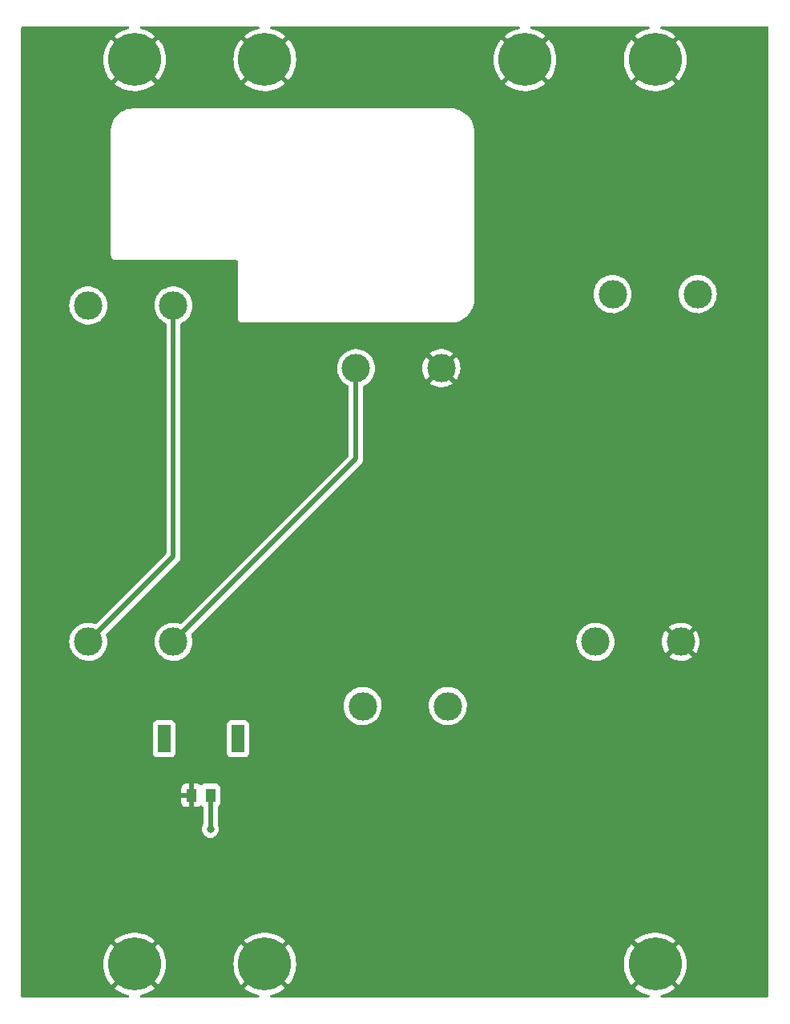
<source format=gbl>
G04 #@! TF.GenerationSoftware,KiCad,Pcbnew,(6.0.5-0)*
G04 #@! TF.CreationDate,2023-01-03T07:21:46-05:00*
G04 #@! TF.ProjectId,solar-cell-pcbs-usb,736f6c61-722d-4636-956c-6c2d70636273,3*
G04 #@! TF.SameCoordinates,Original*
G04 #@! TF.FileFunction,Copper,L2,Bot*
G04 #@! TF.FilePolarity,Positive*
%FSLAX46Y46*%
G04 Gerber Fmt 4.6, Leading zero omitted, Abs format (unit mm)*
G04 Created by KiCad (PCBNEW (6.0.5-0)) date 2023-01-03 07:21:46*
%MOMM*%
%LPD*%
G01*
G04 APERTURE LIST*
G04 #@! TA.AperFunction,ComponentPad*
%ADD10C,5.600000*%
G04 #@! TD*
G04 #@! TA.AperFunction,ComponentPad*
%ADD11C,3.000000*%
G04 #@! TD*
G04 #@! TA.AperFunction,SMDPad,CuDef*
%ADD12R,1.100000X1.450000*%
G04 #@! TD*
G04 #@! TA.AperFunction,SMDPad,CuDef*
%ADD13R,1.350000X2.899999*%
G04 #@! TD*
G04 #@! TA.AperFunction,ViaPad*
%ADD14C,0.800000*%
G04 #@! TD*
G04 #@! TA.AperFunction,Conductor*
%ADD15C,0.500000*%
G04 #@! TD*
G04 APERTURE END LIST*
D10*
X84600000Y-42750000D03*
D11*
X108700000Y-111000000D03*
X117700000Y-111000000D03*
X133300000Y-104200000D03*
X142300000Y-104200000D03*
D10*
X139600000Y-138250000D03*
D11*
X79700000Y-104200000D03*
X88700000Y-104200000D03*
D10*
X125850000Y-42750000D03*
D11*
X135100000Y-67500000D03*
X144100000Y-67500000D03*
D10*
X84600000Y-138250000D03*
D11*
X79700000Y-68700000D03*
X88700000Y-68700000D03*
D10*
X139600000Y-42750000D03*
X98350000Y-42750000D03*
X98350000Y-138250000D03*
D11*
X108000000Y-75320000D03*
X117000000Y-75320000D03*
D12*
X90605000Y-120420000D03*
X92605001Y-120420000D03*
D13*
X87710002Y-114445001D03*
X95499997Y-114445001D03*
D14*
X146100000Y-104300000D03*
X145200000Y-106900000D03*
X144300000Y-106200000D03*
X142400000Y-101600000D03*
X120000000Y-78100000D03*
X144200000Y-102400000D03*
X120900000Y-73300000D03*
X140400000Y-102500000D03*
X117000000Y-77900000D03*
X118400000Y-72100000D03*
X120900000Y-75200000D03*
X115600000Y-78400000D03*
X118900000Y-73400000D03*
X89300000Y-118900000D03*
X88100000Y-120600000D03*
X114500000Y-75300000D03*
X115100000Y-73500000D03*
X142300000Y-106900000D03*
X120200000Y-76700000D03*
X88200000Y-121900000D03*
X119600000Y-75300000D03*
X89000000Y-121300000D03*
X145200000Y-105500000D03*
X120000000Y-74100000D03*
X88100000Y-119300000D03*
X144900000Y-104300000D03*
X115800000Y-72000000D03*
X140400000Y-106200000D03*
X119000000Y-77200000D03*
X88900000Y-119800000D03*
X117000000Y-72700000D03*
X118500000Y-78400000D03*
X139800000Y-104300000D03*
X145200000Y-103100000D03*
X115100000Y-77200000D03*
X89700000Y-122200000D03*
X143800000Y-107300000D03*
X119800000Y-72400000D03*
X145100000Y-101700000D03*
X143600000Y-101200000D03*
X146300000Y-105800000D03*
X92600000Y-124000000D03*
D15*
X88700000Y-68700000D02*
X88700000Y-95200000D01*
X88700000Y-95200000D02*
X79700000Y-104200000D01*
X108000000Y-84900000D02*
X88700000Y-104200000D01*
X108000000Y-75320000D02*
X108000000Y-84900000D01*
X92605001Y-123994999D02*
X92605001Y-120420000D01*
G04 #@! TA.AperFunction,Conductor*
G36*
X83983879Y-39278502D02*
G01*
X84030372Y-39332158D01*
X84040476Y-39402432D01*
X84010982Y-39467012D01*
X83951256Y-39505396D01*
X83942600Y-39507608D01*
X83723586Y-39555361D01*
X83717011Y-39557172D01*
X83383683Y-39668702D01*
X83377361Y-39671205D01*
X83058034Y-39818079D01*
X83051991Y-39821265D01*
X82750401Y-40001763D01*
X82744755Y-40005571D01*
X82464408Y-40217596D01*
X82459211Y-40221987D01*
X82457972Y-40223155D01*
X82449950Y-40236862D01*
X82449986Y-40237704D01*
X82455037Y-40245826D01*
X84587190Y-42377980D01*
X84601131Y-42385592D01*
X84602966Y-42385461D01*
X84609580Y-42381210D01*
X86742798Y-40247991D01*
X86750412Y-40234047D01*
X86750344Y-40233089D01*
X86745836Y-40226272D01*
X86744418Y-40225065D01*
X86464813Y-40012064D01*
X86459187Y-40008240D01*
X86158214Y-39826681D01*
X86152202Y-39823484D01*
X85833370Y-39675487D01*
X85827070Y-39672967D01*
X85494129Y-39560273D01*
X85487551Y-39558437D01*
X85257846Y-39507513D01*
X85195669Y-39473241D01*
X85161891Y-39410795D01*
X85167237Y-39340000D01*
X85210009Y-39283333D01*
X85276627Y-39258786D01*
X85285117Y-39258500D01*
X97665758Y-39258500D01*
X97733879Y-39278502D01*
X97780372Y-39332158D01*
X97790476Y-39402432D01*
X97760982Y-39467012D01*
X97701256Y-39505396D01*
X97692600Y-39507608D01*
X97473586Y-39555361D01*
X97467011Y-39557172D01*
X97133683Y-39668702D01*
X97127361Y-39671205D01*
X96808034Y-39818079D01*
X96801991Y-39821265D01*
X96500401Y-40001763D01*
X96494755Y-40005571D01*
X96214408Y-40217596D01*
X96209211Y-40221987D01*
X96207972Y-40223155D01*
X96199950Y-40236862D01*
X96199986Y-40237704D01*
X96205037Y-40245826D01*
X98337190Y-42377980D01*
X98351131Y-42385592D01*
X98352966Y-42385461D01*
X98359580Y-42381210D01*
X100492798Y-40247991D01*
X100500412Y-40234047D01*
X100500344Y-40233089D01*
X100495836Y-40226272D01*
X100494418Y-40225065D01*
X100214813Y-40012064D01*
X100209187Y-40008240D01*
X99908214Y-39826681D01*
X99902202Y-39823484D01*
X99583370Y-39675487D01*
X99577070Y-39672967D01*
X99244129Y-39560273D01*
X99237551Y-39558437D01*
X99007846Y-39507513D01*
X98945669Y-39473241D01*
X98911891Y-39410795D01*
X98917237Y-39340000D01*
X98960009Y-39283333D01*
X99026627Y-39258786D01*
X99035117Y-39258500D01*
X125165758Y-39258500D01*
X125233879Y-39278502D01*
X125280372Y-39332158D01*
X125290476Y-39402432D01*
X125260982Y-39467012D01*
X125201256Y-39505396D01*
X125192600Y-39507608D01*
X124973586Y-39555361D01*
X124967011Y-39557172D01*
X124633683Y-39668702D01*
X124627361Y-39671205D01*
X124308034Y-39818079D01*
X124301991Y-39821265D01*
X124000401Y-40001763D01*
X123994755Y-40005571D01*
X123714408Y-40217596D01*
X123709211Y-40221987D01*
X123707972Y-40223155D01*
X123699950Y-40236862D01*
X123699986Y-40237704D01*
X123705037Y-40245826D01*
X125837190Y-42377980D01*
X125851131Y-42385592D01*
X125852966Y-42385461D01*
X125859580Y-42381210D01*
X127992798Y-40247991D01*
X128000412Y-40234047D01*
X128000344Y-40233089D01*
X127995836Y-40226272D01*
X127994418Y-40225065D01*
X127714813Y-40012064D01*
X127709187Y-40008240D01*
X127408214Y-39826681D01*
X127402202Y-39823484D01*
X127083370Y-39675487D01*
X127077070Y-39672967D01*
X126744129Y-39560273D01*
X126737551Y-39558437D01*
X126507846Y-39507513D01*
X126445669Y-39473241D01*
X126411891Y-39410795D01*
X126417237Y-39340000D01*
X126460009Y-39283333D01*
X126526627Y-39258786D01*
X126535117Y-39258500D01*
X138915758Y-39258500D01*
X138983879Y-39278502D01*
X139030372Y-39332158D01*
X139040476Y-39402432D01*
X139010982Y-39467012D01*
X138951256Y-39505396D01*
X138942600Y-39507608D01*
X138723586Y-39555361D01*
X138717011Y-39557172D01*
X138383683Y-39668702D01*
X138377361Y-39671205D01*
X138058034Y-39818079D01*
X138051991Y-39821265D01*
X137750401Y-40001763D01*
X137744755Y-40005571D01*
X137464408Y-40217596D01*
X137459211Y-40221987D01*
X137457972Y-40223155D01*
X137449950Y-40236862D01*
X137449986Y-40237704D01*
X137455037Y-40245826D01*
X139587190Y-42377980D01*
X139601131Y-42385592D01*
X139602966Y-42385461D01*
X139609580Y-42381210D01*
X141742798Y-40247991D01*
X141750412Y-40234047D01*
X141750344Y-40233089D01*
X141745836Y-40226272D01*
X141744418Y-40225065D01*
X141464813Y-40012064D01*
X141459187Y-40008240D01*
X141158214Y-39826681D01*
X141152202Y-39823484D01*
X140833370Y-39675487D01*
X140827070Y-39672967D01*
X140494129Y-39560273D01*
X140487551Y-39558437D01*
X140257846Y-39507513D01*
X140195669Y-39473241D01*
X140161891Y-39410795D01*
X140167237Y-39340000D01*
X140210009Y-39283333D01*
X140276627Y-39258786D01*
X140285117Y-39258500D01*
X151465500Y-39258500D01*
X151533621Y-39278502D01*
X151580114Y-39332158D01*
X151591500Y-39384500D01*
X151591500Y-141615500D01*
X151571498Y-141683621D01*
X151517842Y-141730114D01*
X151465500Y-141741500D01*
X140283537Y-141741500D01*
X140215416Y-141721498D01*
X140168923Y-141667842D01*
X140158819Y-141597568D01*
X140188313Y-141532988D01*
X140248039Y-141494604D01*
X140257125Y-141492299D01*
X140465274Y-141447676D01*
X140471822Y-141445897D01*
X140805549Y-141335527D01*
X140811891Y-141333041D01*
X141131718Y-141187288D01*
X141137777Y-141184121D01*
X141439995Y-141004676D01*
X141445659Y-141000884D01*
X141726732Y-140789849D01*
X141731958Y-140785464D01*
X141741613Y-140776428D01*
X141749682Y-140762750D01*
X141749654Y-140762024D01*
X141744512Y-140753723D01*
X139612810Y-138622020D01*
X139598869Y-138614408D01*
X139597034Y-138614539D01*
X139590420Y-138618790D01*
X137456774Y-140752437D01*
X137449160Y-140766381D01*
X137449237Y-140767470D01*
X137451698Y-140771206D01*
X137725632Y-140981404D01*
X137731262Y-140985259D01*
X138031591Y-141167862D01*
X138037593Y-141171080D01*
X138355897Y-141320184D01*
X138362202Y-141322732D01*
X138694743Y-141436587D01*
X138701309Y-141438444D01*
X138941542Y-141492583D01*
X139003598Y-141527071D01*
X139037158Y-141589636D01*
X139031565Y-141660412D01*
X138988596Y-141716928D01*
X138921892Y-141741242D01*
X138913841Y-141741500D01*
X99033537Y-141741500D01*
X98965416Y-141721498D01*
X98918923Y-141667842D01*
X98908819Y-141597568D01*
X98938313Y-141532988D01*
X98998039Y-141494604D01*
X99007125Y-141492299D01*
X99215274Y-141447676D01*
X99221822Y-141445897D01*
X99555549Y-141335527D01*
X99561891Y-141333041D01*
X99881718Y-141187288D01*
X99887777Y-141184121D01*
X100189995Y-141004676D01*
X100195659Y-141000884D01*
X100476732Y-140789849D01*
X100481958Y-140785464D01*
X100491613Y-140776428D01*
X100499682Y-140762750D01*
X100499654Y-140762024D01*
X100494512Y-140753723D01*
X98362810Y-138622020D01*
X98348869Y-138614408D01*
X98347034Y-138614539D01*
X98340420Y-138618790D01*
X96206774Y-140752437D01*
X96199160Y-140766381D01*
X96199237Y-140767470D01*
X96201698Y-140771206D01*
X96475632Y-140981404D01*
X96481262Y-140985259D01*
X96781591Y-141167862D01*
X96787593Y-141171080D01*
X97105897Y-141320184D01*
X97112202Y-141322732D01*
X97444743Y-141436587D01*
X97451309Y-141438444D01*
X97691542Y-141492583D01*
X97753598Y-141527071D01*
X97787158Y-141589636D01*
X97781565Y-141660412D01*
X97738596Y-141716928D01*
X97671892Y-141741242D01*
X97663841Y-141741500D01*
X85283537Y-141741500D01*
X85215416Y-141721498D01*
X85168923Y-141667842D01*
X85158819Y-141597568D01*
X85188313Y-141532988D01*
X85248039Y-141494604D01*
X85257125Y-141492299D01*
X85465274Y-141447676D01*
X85471822Y-141445897D01*
X85805549Y-141335527D01*
X85811891Y-141333041D01*
X86131718Y-141187288D01*
X86137777Y-141184121D01*
X86439995Y-141004676D01*
X86445659Y-141000884D01*
X86726732Y-140789849D01*
X86731958Y-140785464D01*
X86741613Y-140776428D01*
X86749682Y-140762750D01*
X86749654Y-140762024D01*
X86744512Y-140753723D01*
X84612810Y-138622020D01*
X84598869Y-138614408D01*
X84597034Y-138614539D01*
X84590420Y-138618790D01*
X82456774Y-140752437D01*
X82449160Y-140766381D01*
X82449237Y-140767470D01*
X82451698Y-140771206D01*
X82725632Y-140981404D01*
X82731262Y-140985259D01*
X83031591Y-141167862D01*
X83037593Y-141171080D01*
X83355897Y-141320184D01*
X83362202Y-141322732D01*
X83694743Y-141436587D01*
X83701309Y-141438444D01*
X83941542Y-141492583D01*
X84003598Y-141527071D01*
X84037158Y-141589636D01*
X84031565Y-141660412D01*
X83988596Y-141716928D01*
X83921892Y-141741242D01*
X83913841Y-141741500D01*
X72734500Y-141741500D01*
X72666379Y-141721498D01*
X72619886Y-141667842D01*
X72608500Y-141615500D01*
X72608500Y-138241832D01*
X81287333Y-138241832D01*
X81305117Y-138592893D01*
X81305827Y-138599649D01*
X81361420Y-138946723D01*
X81362859Y-138953378D01*
X81455608Y-139292410D01*
X81457757Y-139298871D01*
X81586581Y-139625912D01*
X81589412Y-139632095D01*
X81752803Y-139943310D01*
X81756286Y-139949152D01*
X81952330Y-140240896D01*
X81956433Y-140246340D01*
X82076425Y-140388836D01*
X82089164Y-140397279D01*
X82099608Y-140391181D01*
X84227980Y-138262810D01*
X84234357Y-138251131D01*
X84964408Y-138251131D01*
X84964539Y-138252966D01*
X84968790Y-138259580D01*
X87099009Y-140389798D01*
X87112605Y-140397223D01*
X87122218Y-140390522D01*
X87222518Y-140273912D01*
X87226676Y-140268514D01*
X87425762Y-139978840D01*
X87429310Y-139973029D01*
X87595942Y-139663559D01*
X87598849Y-139657381D01*
X87731090Y-139331713D01*
X87733304Y-139325283D01*
X87829598Y-138987237D01*
X87831105Y-138980607D01*
X87890332Y-138634118D01*
X87891112Y-138627378D01*
X87912668Y-138274925D01*
X87912784Y-138271323D01*
X87912853Y-138251819D01*
X87912761Y-138248194D01*
X87912416Y-138241832D01*
X95037333Y-138241832D01*
X95055117Y-138592893D01*
X95055827Y-138599649D01*
X95111420Y-138946723D01*
X95112859Y-138953378D01*
X95205608Y-139292410D01*
X95207757Y-139298871D01*
X95336581Y-139625912D01*
X95339412Y-139632095D01*
X95502803Y-139943310D01*
X95506286Y-139949152D01*
X95702330Y-140240896D01*
X95706433Y-140246340D01*
X95826425Y-140388836D01*
X95839164Y-140397279D01*
X95849608Y-140391181D01*
X97977980Y-138262810D01*
X97984357Y-138251131D01*
X98714408Y-138251131D01*
X98714539Y-138252966D01*
X98718790Y-138259580D01*
X100849009Y-140389798D01*
X100862605Y-140397223D01*
X100872218Y-140390522D01*
X100972518Y-140273912D01*
X100976676Y-140268514D01*
X101175762Y-139978840D01*
X101179310Y-139973029D01*
X101345942Y-139663559D01*
X101348849Y-139657381D01*
X101481090Y-139331713D01*
X101483304Y-139325283D01*
X101579598Y-138987237D01*
X101581105Y-138980607D01*
X101640332Y-138634118D01*
X101641112Y-138627378D01*
X101662668Y-138274925D01*
X101662784Y-138271323D01*
X101662853Y-138251819D01*
X101662761Y-138248194D01*
X101662416Y-138241832D01*
X136287333Y-138241832D01*
X136305117Y-138592893D01*
X136305827Y-138599649D01*
X136361420Y-138946723D01*
X136362859Y-138953378D01*
X136455608Y-139292410D01*
X136457757Y-139298871D01*
X136586581Y-139625912D01*
X136589412Y-139632095D01*
X136752803Y-139943310D01*
X136756286Y-139949152D01*
X136952330Y-140240896D01*
X136956433Y-140246340D01*
X137076425Y-140388836D01*
X137089164Y-140397279D01*
X137099608Y-140391181D01*
X139227980Y-138262810D01*
X139234357Y-138251131D01*
X139964408Y-138251131D01*
X139964539Y-138252966D01*
X139968790Y-138259580D01*
X142099009Y-140389798D01*
X142112605Y-140397223D01*
X142122218Y-140390522D01*
X142222518Y-140273912D01*
X142226676Y-140268514D01*
X142425762Y-139978840D01*
X142429310Y-139973029D01*
X142595942Y-139663559D01*
X142598849Y-139657381D01*
X142731090Y-139331713D01*
X142733304Y-139325283D01*
X142829598Y-138987237D01*
X142831105Y-138980607D01*
X142890332Y-138634118D01*
X142891112Y-138627378D01*
X142912668Y-138274925D01*
X142912784Y-138271323D01*
X142912853Y-138251819D01*
X142912761Y-138248194D01*
X142893666Y-137895615D01*
X142892931Y-137888849D01*
X142836130Y-137541985D01*
X142834663Y-137535313D01*
X142740736Y-137196627D01*
X142738562Y-137190163D01*
X142608598Y-136863578D01*
X142605742Y-136857398D01*
X142441269Y-136546763D01*
X142437769Y-136540937D01*
X142240697Y-136249862D01*
X142236590Y-136244453D01*
X142123565Y-136111179D01*
X142110740Y-136102743D01*
X142100416Y-136108795D01*
X139972020Y-138237190D01*
X139964408Y-138251131D01*
X139234357Y-138251131D01*
X139235592Y-138248869D01*
X139235461Y-138247034D01*
X139231210Y-138240420D01*
X137100992Y-136110203D01*
X137087455Y-136102811D01*
X137077753Y-136109599D01*
X136970430Y-136235257D01*
X136966296Y-136240664D01*
X136768215Y-136531041D01*
X136764697Y-136536851D01*
X136599134Y-136846922D01*
X136596259Y-136853087D01*
X136465155Y-137179218D01*
X136462962Y-137185658D01*
X136367846Y-137524044D01*
X136366363Y-137530679D01*
X136308350Y-137877354D01*
X136307591Y-137884126D01*
X136287357Y-138235037D01*
X136287333Y-138241832D01*
X101662416Y-138241832D01*
X101643666Y-137895615D01*
X101642931Y-137888849D01*
X101586130Y-137541985D01*
X101584663Y-137535313D01*
X101490736Y-137196627D01*
X101488562Y-137190163D01*
X101358598Y-136863578D01*
X101355742Y-136857398D01*
X101191269Y-136546763D01*
X101187769Y-136540937D01*
X100990697Y-136249862D01*
X100986590Y-136244453D01*
X100873565Y-136111179D01*
X100860740Y-136102743D01*
X100850416Y-136108795D01*
X98722020Y-138237190D01*
X98714408Y-138251131D01*
X97984357Y-138251131D01*
X97985592Y-138248869D01*
X97985461Y-138247034D01*
X97981210Y-138240420D01*
X95850992Y-136110203D01*
X95837455Y-136102811D01*
X95827753Y-136109599D01*
X95720430Y-136235257D01*
X95716296Y-136240664D01*
X95518215Y-136531041D01*
X95514697Y-136536851D01*
X95349134Y-136846922D01*
X95346259Y-136853087D01*
X95215155Y-137179218D01*
X95212962Y-137185658D01*
X95117846Y-137524044D01*
X95116363Y-137530679D01*
X95058350Y-137877354D01*
X95057591Y-137884126D01*
X95037357Y-138235037D01*
X95037333Y-138241832D01*
X87912416Y-138241832D01*
X87893666Y-137895615D01*
X87892931Y-137888849D01*
X87836130Y-137541985D01*
X87834663Y-137535313D01*
X87740736Y-137196627D01*
X87738562Y-137190163D01*
X87608598Y-136863578D01*
X87605742Y-136857398D01*
X87441269Y-136546763D01*
X87437769Y-136540937D01*
X87240697Y-136249862D01*
X87236590Y-136244453D01*
X87123565Y-136111179D01*
X87110740Y-136102743D01*
X87100416Y-136108795D01*
X84972020Y-138237190D01*
X84964408Y-138251131D01*
X84234357Y-138251131D01*
X84235592Y-138248869D01*
X84235461Y-138247034D01*
X84231210Y-138240420D01*
X82100992Y-136110203D01*
X82087455Y-136102811D01*
X82077753Y-136109599D01*
X81970430Y-136235257D01*
X81966296Y-136240664D01*
X81768215Y-136531041D01*
X81764697Y-136536851D01*
X81599134Y-136846922D01*
X81596259Y-136853087D01*
X81465155Y-137179218D01*
X81462962Y-137185658D01*
X81367846Y-137524044D01*
X81366363Y-137530679D01*
X81308350Y-137877354D01*
X81307591Y-137884126D01*
X81287357Y-138235037D01*
X81287333Y-138241832D01*
X72608500Y-138241832D01*
X72608500Y-135736862D01*
X82449950Y-135736862D01*
X82449986Y-135737704D01*
X82455037Y-135745826D01*
X84587190Y-137877980D01*
X84601131Y-137885592D01*
X84602966Y-137885461D01*
X84609580Y-137881210D01*
X86742798Y-135747991D01*
X86748875Y-135736862D01*
X96199950Y-135736862D01*
X96199986Y-135737704D01*
X96205037Y-135745826D01*
X98337190Y-137877980D01*
X98351131Y-137885592D01*
X98352966Y-137885461D01*
X98359580Y-137881210D01*
X100492798Y-135747991D01*
X100498875Y-135736862D01*
X137449950Y-135736862D01*
X137449986Y-135737704D01*
X137455037Y-135745826D01*
X139587190Y-137877980D01*
X139601131Y-137885592D01*
X139602966Y-137885461D01*
X139609580Y-137881210D01*
X141742798Y-135747991D01*
X141750412Y-135734047D01*
X141750344Y-135733089D01*
X141745836Y-135726272D01*
X141744418Y-135725065D01*
X141464813Y-135512064D01*
X141459187Y-135508240D01*
X141158214Y-135326681D01*
X141152202Y-135323484D01*
X140833370Y-135175487D01*
X140827070Y-135172967D01*
X140494129Y-135060273D01*
X140487551Y-135058437D01*
X140144417Y-134982367D01*
X140137678Y-134981251D01*
X139788310Y-134942680D01*
X139781529Y-134942301D01*
X139430015Y-134941687D01*
X139423242Y-134942042D01*
X139073720Y-134979395D01*
X139067010Y-134980482D01*
X138723586Y-135055361D01*
X138717011Y-135057172D01*
X138383683Y-135168702D01*
X138377361Y-135171205D01*
X138058034Y-135318079D01*
X138051991Y-135321265D01*
X137750401Y-135501763D01*
X137744755Y-135505571D01*
X137464408Y-135717596D01*
X137459211Y-135721987D01*
X137457972Y-135723155D01*
X137449950Y-135736862D01*
X100498875Y-135736862D01*
X100500412Y-135734047D01*
X100500344Y-135733089D01*
X100495836Y-135726272D01*
X100494418Y-135725065D01*
X100214813Y-135512064D01*
X100209187Y-135508240D01*
X99908214Y-135326681D01*
X99902202Y-135323484D01*
X99583370Y-135175487D01*
X99577070Y-135172967D01*
X99244129Y-135060273D01*
X99237551Y-135058437D01*
X98894417Y-134982367D01*
X98887678Y-134981251D01*
X98538310Y-134942680D01*
X98531529Y-134942301D01*
X98180015Y-134941687D01*
X98173242Y-134942042D01*
X97823720Y-134979395D01*
X97817010Y-134980482D01*
X97473586Y-135055361D01*
X97467011Y-135057172D01*
X97133683Y-135168702D01*
X97127361Y-135171205D01*
X96808034Y-135318079D01*
X96801991Y-135321265D01*
X96500401Y-135501763D01*
X96494755Y-135505571D01*
X96214408Y-135717596D01*
X96209211Y-135721987D01*
X96207972Y-135723155D01*
X96199950Y-135736862D01*
X86748875Y-135736862D01*
X86750412Y-135734047D01*
X86750344Y-135733089D01*
X86745836Y-135726272D01*
X86744418Y-135725065D01*
X86464813Y-135512064D01*
X86459187Y-135508240D01*
X86158214Y-135326681D01*
X86152202Y-135323484D01*
X85833370Y-135175487D01*
X85827070Y-135172967D01*
X85494129Y-135060273D01*
X85487551Y-135058437D01*
X85144417Y-134982367D01*
X85137678Y-134981251D01*
X84788310Y-134942680D01*
X84781529Y-134942301D01*
X84430015Y-134941687D01*
X84423242Y-134942042D01*
X84073720Y-134979395D01*
X84067010Y-134980482D01*
X83723586Y-135055361D01*
X83717011Y-135057172D01*
X83383683Y-135168702D01*
X83377361Y-135171205D01*
X83058034Y-135318079D01*
X83051991Y-135321265D01*
X82750401Y-135501763D01*
X82744755Y-135505571D01*
X82464408Y-135717596D01*
X82459211Y-135721987D01*
X82457972Y-135723155D01*
X82449950Y-135736862D01*
X72608500Y-135736862D01*
X72608500Y-121189669D01*
X89547001Y-121189669D01*
X89547371Y-121196490D01*
X89552895Y-121247352D01*
X89556521Y-121262604D01*
X89601676Y-121383054D01*
X89610214Y-121398649D01*
X89686715Y-121500724D01*
X89699276Y-121513285D01*
X89801351Y-121589786D01*
X89816946Y-121598324D01*
X89937394Y-121643478D01*
X89952649Y-121647105D01*
X90003514Y-121652631D01*
X90010328Y-121653000D01*
X90332885Y-121653000D01*
X90348124Y-121648525D01*
X90349329Y-121647135D01*
X90351000Y-121639452D01*
X90351000Y-121634884D01*
X90859000Y-121634884D01*
X90863475Y-121650123D01*
X90864865Y-121651328D01*
X90872548Y-121652999D01*
X91199669Y-121652999D01*
X91206490Y-121652629D01*
X91257352Y-121647105D01*
X91272604Y-121643479D01*
X91393054Y-121598324D01*
X91408649Y-121589786D01*
X91510726Y-121513284D01*
X91515553Y-121508457D01*
X91577866Y-121474434D01*
X91648682Y-121479502D01*
X91690171Y-121506168D01*
X91691740Y-121508261D01*
X91698920Y-121513642D01*
X91796066Y-121586449D01*
X91838581Y-121643308D01*
X91846501Y-121687275D01*
X91846501Y-123454339D01*
X91829620Y-123517338D01*
X91765473Y-123628444D01*
X91706458Y-123810072D01*
X91686496Y-124000000D01*
X91706458Y-124189928D01*
X91765473Y-124371556D01*
X91860960Y-124536944D01*
X91988747Y-124678866D01*
X92143248Y-124791118D01*
X92149276Y-124793802D01*
X92149278Y-124793803D01*
X92311681Y-124866109D01*
X92317712Y-124868794D01*
X92411113Y-124888647D01*
X92498056Y-124907128D01*
X92498061Y-124907128D01*
X92504513Y-124908500D01*
X92695487Y-124908500D01*
X92701939Y-124907128D01*
X92701944Y-124907128D01*
X92788887Y-124888647D01*
X92882288Y-124868794D01*
X92888319Y-124866109D01*
X93050722Y-124793803D01*
X93050724Y-124793802D01*
X93056752Y-124791118D01*
X93211253Y-124678866D01*
X93339040Y-124536944D01*
X93434527Y-124371556D01*
X93493542Y-124189928D01*
X93513504Y-124000000D01*
X93493542Y-123810072D01*
X93434527Y-123628444D01*
X93380382Y-123534662D01*
X93363501Y-123471663D01*
X93363501Y-121687275D01*
X93383503Y-121619154D01*
X93413936Y-121586449D01*
X93511082Y-121513642D01*
X93518262Y-121508261D01*
X93605616Y-121391705D01*
X93656746Y-121255316D01*
X93663501Y-121193134D01*
X93663501Y-119646866D01*
X93656746Y-119584684D01*
X93605616Y-119448295D01*
X93518262Y-119331739D01*
X93401706Y-119244385D01*
X93265317Y-119193255D01*
X93203135Y-119186500D01*
X92006867Y-119186500D01*
X91944685Y-119193255D01*
X91808296Y-119244385D01*
X91691740Y-119331739D01*
X91690609Y-119333249D01*
X91631433Y-119365564D01*
X91560617Y-119360503D01*
X91515549Y-119331540D01*
X91510724Y-119326715D01*
X91408649Y-119250214D01*
X91393054Y-119241676D01*
X91272606Y-119196522D01*
X91257351Y-119192895D01*
X91206486Y-119187369D01*
X91199672Y-119187000D01*
X90877115Y-119187000D01*
X90861876Y-119191475D01*
X90860671Y-119192865D01*
X90859000Y-119200548D01*
X90859000Y-121634884D01*
X90351000Y-121634884D01*
X90351000Y-120692115D01*
X90346525Y-120676876D01*
X90345135Y-120675671D01*
X90337452Y-120674000D01*
X89565116Y-120674000D01*
X89549877Y-120678475D01*
X89548672Y-120679865D01*
X89547001Y-120687548D01*
X89547001Y-121189669D01*
X72608500Y-121189669D01*
X72608500Y-120147885D01*
X89547000Y-120147885D01*
X89551475Y-120163124D01*
X89552865Y-120164329D01*
X89560548Y-120166000D01*
X90332885Y-120166000D01*
X90348124Y-120161525D01*
X90349329Y-120160135D01*
X90351000Y-120152452D01*
X90351000Y-119205116D01*
X90346525Y-119189877D01*
X90345135Y-119188672D01*
X90337452Y-119187001D01*
X90010331Y-119187001D01*
X90003510Y-119187371D01*
X89952648Y-119192895D01*
X89937396Y-119196521D01*
X89816946Y-119241676D01*
X89801351Y-119250214D01*
X89699276Y-119326715D01*
X89686715Y-119339276D01*
X89610214Y-119441351D01*
X89601676Y-119456946D01*
X89556522Y-119577394D01*
X89552895Y-119592649D01*
X89547369Y-119643514D01*
X89547000Y-119650328D01*
X89547000Y-120147885D01*
X72608500Y-120147885D01*
X72608500Y-115943134D01*
X86526502Y-115943134D01*
X86533257Y-116005316D01*
X86584387Y-116141705D01*
X86671741Y-116258261D01*
X86788297Y-116345615D01*
X86924686Y-116396745D01*
X86986868Y-116403500D01*
X88433136Y-116403500D01*
X88495318Y-116396745D01*
X88631707Y-116345615D01*
X88748263Y-116258261D01*
X88835617Y-116141705D01*
X88886747Y-116005316D01*
X88893502Y-115943134D01*
X94316497Y-115943134D01*
X94323252Y-116005316D01*
X94374382Y-116141705D01*
X94461736Y-116258261D01*
X94578292Y-116345615D01*
X94714681Y-116396745D01*
X94776863Y-116403500D01*
X96223131Y-116403500D01*
X96285313Y-116396745D01*
X96421702Y-116345615D01*
X96538258Y-116258261D01*
X96625612Y-116141705D01*
X96676742Y-116005316D01*
X96683497Y-115943134D01*
X96683497Y-112946868D01*
X96676742Y-112884686D01*
X96625612Y-112748297D01*
X96538258Y-112631741D01*
X96421702Y-112544387D01*
X96285313Y-112493257D01*
X96223131Y-112486502D01*
X94776863Y-112486502D01*
X94714681Y-112493257D01*
X94578292Y-112544387D01*
X94461736Y-112631741D01*
X94374382Y-112748297D01*
X94323252Y-112884686D01*
X94316497Y-112946868D01*
X94316497Y-115943134D01*
X88893502Y-115943134D01*
X88893502Y-112946868D01*
X88886747Y-112884686D01*
X88835617Y-112748297D01*
X88748263Y-112631741D01*
X88631707Y-112544387D01*
X88495318Y-112493257D01*
X88433136Y-112486502D01*
X86986868Y-112486502D01*
X86924686Y-112493257D01*
X86788297Y-112544387D01*
X86671741Y-112631741D01*
X86584387Y-112748297D01*
X86533257Y-112884686D01*
X86526502Y-112946868D01*
X86526502Y-115943134D01*
X72608500Y-115943134D01*
X72608500Y-110978918D01*
X106686917Y-110978918D01*
X106702682Y-111252320D01*
X106703507Y-111256525D01*
X106703508Y-111256533D01*
X106714127Y-111310657D01*
X106755405Y-111521053D01*
X106756792Y-111525103D01*
X106756793Y-111525108D01*
X106777605Y-111585895D01*
X106844112Y-111780144D01*
X106967160Y-112024799D01*
X106969586Y-112028328D01*
X106969589Y-112028334D01*
X107119843Y-112246953D01*
X107122274Y-112250490D01*
X107306582Y-112453043D01*
X107516675Y-112628707D01*
X107520316Y-112630991D01*
X107745024Y-112771951D01*
X107745028Y-112771953D01*
X107748664Y-112774234D01*
X107816544Y-112804883D01*
X107994345Y-112885164D01*
X107994349Y-112885166D01*
X107998257Y-112886930D01*
X108002377Y-112888150D01*
X108002376Y-112888150D01*
X108256723Y-112963491D01*
X108256727Y-112963492D01*
X108260836Y-112964709D01*
X108265070Y-112965357D01*
X108265075Y-112965358D01*
X108527298Y-113005483D01*
X108527300Y-113005483D01*
X108531540Y-113006132D01*
X108670912Y-113008322D01*
X108801071Y-113010367D01*
X108801077Y-113010367D01*
X108805362Y-113010434D01*
X109077235Y-112977534D01*
X109342127Y-112908041D01*
X109346087Y-112906401D01*
X109346092Y-112906399D01*
X109468631Y-112855641D01*
X109595136Y-112803241D01*
X109831582Y-112665073D01*
X110047089Y-112496094D01*
X110056385Y-112486502D01*
X110234686Y-112302509D01*
X110237669Y-112299431D01*
X110240202Y-112295983D01*
X110240206Y-112295978D01*
X110397257Y-112082178D01*
X110399795Y-112078723D01*
X110427154Y-112028334D01*
X110528418Y-111841830D01*
X110528419Y-111841828D01*
X110530468Y-111838054D01*
X110627269Y-111581877D01*
X110688407Y-111314933D01*
X110712751Y-111042161D01*
X110713193Y-111000000D01*
X110711756Y-110978918D01*
X115686917Y-110978918D01*
X115702682Y-111252320D01*
X115703507Y-111256525D01*
X115703508Y-111256533D01*
X115714127Y-111310657D01*
X115755405Y-111521053D01*
X115756792Y-111525103D01*
X115756793Y-111525108D01*
X115777605Y-111585895D01*
X115844112Y-111780144D01*
X115967160Y-112024799D01*
X115969586Y-112028328D01*
X115969589Y-112028334D01*
X116119843Y-112246953D01*
X116122274Y-112250490D01*
X116306582Y-112453043D01*
X116516675Y-112628707D01*
X116520316Y-112630991D01*
X116745024Y-112771951D01*
X116745028Y-112771953D01*
X116748664Y-112774234D01*
X116816544Y-112804883D01*
X116994345Y-112885164D01*
X116994349Y-112885166D01*
X116998257Y-112886930D01*
X117002377Y-112888150D01*
X117002376Y-112888150D01*
X117256723Y-112963491D01*
X117256727Y-112963492D01*
X117260836Y-112964709D01*
X117265070Y-112965357D01*
X117265075Y-112965358D01*
X117527298Y-113005483D01*
X117527300Y-113005483D01*
X117531540Y-113006132D01*
X117670912Y-113008322D01*
X117801071Y-113010367D01*
X117801077Y-113010367D01*
X117805362Y-113010434D01*
X118077235Y-112977534D01*
X118342127Y-112908041D01*
X118346087Y-112906401D01*
X118346092Y-112906399D01*
X118468631Y-112855641D01*
X118595136Y-112803241D01*
X118831582Y-112665073D01*
X119047089Y-112496094D01*
X119056385Y-112486502D01*
X119234686Y-112302509D01*
X119237669Y-112299431D01*
X119240202Y-112295983D01*
X119240206Y-112295978D01*
X119397257Y-112082178D01*
X119399795Y-112078723D01*
X119427154Y-112028334D01*
X119528418Y-111841830D01*
X119528419Y-111841828D01*
X119530468Y-111838054D01*
X119627269Y-111581877D01*
X119688407Y-111314933D01*
X119712751Y-111042161D01*
X119713193Y-111000000D01*
X119694567Y-110726778D01*
X119639032Y-110458612D01*
X119547617Y-110200465D01*
X119422013Y-109957112D01*
X119412040Y-109942921D01*
X119267008Y-109736562D01*
X119264545Y-109733057D01*
X119078125Y-109532445D01*
X119074810Y-109529731D01*
X119074806Y-109529728D01*
X118869523Y-109361706D01*
X118866205Y-109358990D01*
X118632704Y-109215901D01*
X118628768Y-109214173D01*
X118385873Y-109107549D01*
X118385869Y-109107548D01*
X118381945Y-109105825D01*
X118118566Y-109030800D01*
X118114324Y-109030196D01*
X118114318Y-109030195D01*
X117913834Y-109001662D01*
X117847443Y-108992213D01*
X117703589Y-108991460D01*
X117577877Y-108990802D01*
X117577871Y-108990802D01*
X117573591Y-108990780D01*
X117569347Y-108991339D01*
X117569343Y-108991339D01*
X117450302Y-109007011D01*
X117302078Y-109026525D01*
X117297938Y-109027658D01*
X117297936Y-109027658D01*
X117225008Y-109047609D01*
X117037928Y-109098788D01*
X117033980Y-109100472D01*
X116789982Y-109204546D01*
X116789978Y-109204548D01*
X116786030Y-109206232D01*
X116766125Y-109218145D01*
X116554725Y-109344664D01*
X116554721Y-109344667D01*
X116551043Y-109346868D01*
X116337318Y-109518094D01*
X116148808Y-109716742D01*
X115989002Y-109939136D01*
X115860857Y-110181161D01*
X115859385Y-110185184D01*
X115859383Y-110185188D01*
X115852314Y-110204506D01*
X115766743Y-110438337D01*
X115708404Y-110705907D01*
X115686917Y-110978918D01*
X110711756Y-110978918D01*
X110694567Y-110726778D01*
X110639032Y-110458612D01*
X110547617Y-110200465D01*
X110422013Y-109957112D01*
X110412040Y-109942921D01*
X110267008Y-109736562D01*
X110264545Y-109733057D01*
X110078125Y-109532445D01*
X110074810Y-109529731D01*
X110074806Y-109529728D01*
X109869523Y-109361706D01*
X109866205Y-109358990D01*
X109632704Y-109215901D01*
X109628768Y-109214173D01*
X109385873Y-109107549D01*
X109385869Y-109107548D01*
X109381945Y-109105825D01*
X109118566Y-109030800D01*
X109114324Y-109030196D01*
X109114318Y-109030195D01*
X108913834Y-109001662D01*
X108847443Y-108992213D01*
X108703589Y-108991460D01*
X108577877Y-108990802D01*
X108577871Y-108990802D01*
X108573591Y-108990780D01*
X108569347Y-108991339D01*
X108569343Y-108991339D01*
X108450302Y-109007011D01*
X108302078Y-109026525D01*
X108297938Y-109027658D01*
X108297936Y-109027658D01*
X108225008Y-109047609D01*
X108037928Y-109098788D01*
X108033980Y-109100472D01*
X107789982Y-109204546D01*
X107789978Y-109204548D01*
X107786030Y-109206232D01*
X107766125Y-109218145D01*
X107554725Y-109344664D01*
X107554721Y-109344667D01*
X107551043Y-109346868D01*
X107337318Y-109518094D01*
X107148808Y-109716742D01*
X106989002Y-109939136D01*
X106860857Y-110181161D01*
X106859385Y-110185184D01*
X106859383Y-110185188D01*
X106852314Y-110204506D01*
X106766743Y-110438337D01*
X106708404Y-110705907D01*
X106686917Y-110978918D01*
X72608500Y-110978918D01*
X72608500Y-104178918D01*
X77686917Y-104178918D01*
X77702682Y-104452320D01*
X77703507Y-104456525D01*
X77703508Y-104456533D01*
X77724698Y-104564539D01*
X77755405Y-104721053D01*
X77756792Y-104725103D01*
X77756793Y-104725108D01*
X77777605Y-104785895D01*
X77844112Y-104980144D01*
X77967160Y-105224799D01*
X77969586Y-105228328D01*
X77969589Y-105228334D01*
X78098741Y-105416250D01*
X78122274Y-105450490D01*
X78306582Y-105653043D01*
X78516675Y-105828707D01*
X78520316Y-105830991D01*
X78745024Y-105971951D01*
X78745028Y-105971953D01*
X78748664Y-105974234D01*
X78816544Y-106004883D01*
X78994345Y-106085164D01*
X78994349Y-106085166D01*
X78998257Y-106086930D01*
X79002377Y-106088150D01*
X79002376Y-106088150D01*
X79256723Y-106163491D01*
X79256727Y-106163492D01*
X79260836Y-106164709D01*
X79265070Y-106165357D01*
X79265075Y-106165358D01*
X79527298Y-106205483D01*
X79527300Y-106205483D01*
X79531540Y-106206132D01*
X79670912Y-106208322D01*
X79801071Y-106210367D01*
X79801077Y-106210367D01*
X79805362Y-106210434D01*
X80077235Y-106177534D01*
X80342127Y-106108041D01*
X80346087Y-106106401D01*
X80346092Y-106106399D01*
X80468632Y-106055641D01*
X80595136Y-106003241D01*
X80831582Y-105865073D01*
X81047089Y-105696094D01*
X81088809Y-105653043D01*
X81234686Y-105502509D01*
X81237669Y-105499431D01*
X81240202Y-105495983D01*
X81240206Y-105495978D01*
X81397257Y-105282178D01*
X81399795Y-105278723D01*
X81401841Y-105274955D01*
X81528418Y-105041830D01*
X81528419Y-105041828D01*
X81530468Y-105038054D01*
X81627269Y-104781877D01*
X81688407Y-104514933D01*
X81694384Y-104447969D01*
X81712531Y-104244627D01*
X81712532Y-104244616D01*
X81712751Y-104242161D01*
X81713193Y-104200000D01*
X81711756Y-104178918D01*
X86686917Y-104178918D01*
X86702682Y-104452320D01*
X86703507Y-104456525D01*
X86703508Y-104456533D01*
X86724698Y-104564539D01*
X86755405Y-104721053D01*
X86756792Y-104725103D01*
X86756793Y-104725108D01*
X86777605Y-104785895D01*
X86844112Y-104980144D01*
X86967160Y-105224799D01*
X86969586Y-105228328D01*
X86969589Y-105228334D01*
X87098741Y-105416250D01*
X87122274Y-105450490D01*
X87306582Y-105653043D01*
X87516675Y-105828707D01*
X87520316Y-105830991D01*
X87745024Y-105971951D01*
X87745028Y-105971953D01*
X87748664Y-105974234D01*
X87816544Y-106004883D01*
X87994345Y-106085164D01*
X87994349Y-106085166D01*
X87998257Y-106086930D01*
X88002377Y-106088150D01*
X88002376Y-106088150D01*
X88256723Y-106163491D01*
X88256727Y-106163492D01*
X88260836Y-106164709D01*
X88265070Y-106165357D01*
X88265075Y-106165358D01*
X88527298Y-106205483D01*
X88527300Y-106205483D01*
X88531540Y-106206132D01*
X88670912Y-106208322D01*
X88801071Y-106210367D01*
X88801077Y-106210367D01*
X88805362Y-106210434D01*
X89077235Y-106177534D01*
X89342127Y-106108041D01*
X89346087Y-106106401D01*
X89346092Y-106106399D01*
X89468632Y-106055641D01*
X89595136Y-106003241D01*
X89831582Y-105865073D01*
X90047089Y-105696094D01*
X90088809Y-105653043D01*
X90234686Y-105502509D01*
X90237669Y-105499431D01*
X90240202Y-105495983D01*
X90240206Y-105495978D01*
X90397257Y-105282178D01*
X90399795Y-105278723D01*
X90401841Y-105274955D01*
X90528418Y-105041830D01*
X90528419Y-105041828D01*
X90530468Y-105038054D01*
X90627269Y-104781877D01*
X90688407Y-104514933D01*
X90694384Y-104447969D01*
X90712531Y-104244627D01*
X90712532Y-104244616D01*
X90712751Y-104242161D01*
X90713193Y-104200000D01*
X90711756Y-104178918D01*
X131286917Y-104178918D01*
X131302682Y-104452320D01*
X131303507Y-104456525D01*
X131303508Y-104456533D01*
X131324698Y-104564539D01*
X131355405Y-104721053D01*
X131356792Y-104725103D01*
X131356793Y-104725108D01*
X131377605Y-104785895D01*
X131444112Y-104980144D01*
X131567160Y-105224799D01*
X131569586Y-105228328D01*
X131569589Y-105228334D01*
X131698741Y-105416250D01*
X131722274Y-105450490D01*
X131906582Y-105653043D01*
X132116675Y-105828707D01*
X132120316Y-105830991D01*
X132345024Y-105971951D01*
X132345028Y-105971953D01*
X132348664Y-105974234D01*
X132416544Y-106004883D01*
X132594345Y-106085164D01*
X132594349Y-106085166D01*
X132598257Y-106086930D01*
X132602377Y-106088150D01*
X132602376Y-106088150D01*
X132856723Y-106163491D01*
X132856727Y-106163492D01*
X132860836Y-106164709D01*
X132865070Y-106165357D01*
X132865075Y-106165358D01*
X133127298Y-106205483D01*
X133127300Y-106205483D01*
X133131540Y-106206132D01*
X133270912Y-106208322D01*
X133401071Y-106210367D01*
X133401077Y-106210367D01*
X133405362Y-106210434D01*
X133677235Y-106177534D01*
X133942127Y-106108041D01*
X133946087Y-106106401D01*
X133946092Y-106106399D01*
X134068632Y-106055641D01*
X134195136Y-106003241D01*
X134431582Y-105865073D01*
X134527767Y-105789654D01*
X141075618Y-105789654D01*
X141082673Y-105799627D01*
X141113679Y-105825551D01*
X141120598Y-105830579D01*
X141345272Y-105971515D01*
X141352807Y-105975556D01*
X141594520Y-106084694D01*
X141602551Y-106087680D01*
X141856832Y-106163002D01*
X141865184Y-106164869D01*
X142127340Y-106204984D01*
X142135874Y-106205700D01*
X142401045Y-106209867D01*
X142409596Y-106209418D01*
X142672883Y-106177557D01*
X142681284Y-106175955D01*
X142937824Y-106108653D01*
X142945926Y-106105926D01*
X143190949Y-106004434D01*
X143198617Y-106000628D01*
X143427598Y-105866822D01*
X143434679Y-105862009D01*
X143514655Y-105799301D01*
X143523125Y-105787442D01*
X143516608Y-105775818D01*
X142312812Y-104572022D01*
X142298868Y-104564408D01*
X142297035Y-104564539D01*
X142290420Y-104568790D01*
X141082910Y-105776300D01*
X141075618Y-105789654D01*
X134527767Y-105789654D01*
X134647089Y-105696094D01*
X134688809Y-105653043D01*
X134834686Y-105502509D01*
X134837669Y-105499431D01*
X134840202Y-105495983D01*
X134840206Y-105495978D01*
X134997257Y-105282178D01*
X134999795Y-105278723D01*
X135001841Y-105274955D01*
X135128418Y-105041830D01*
X135128419Y-105041828D01*
X135130468Y-105038054D01*
X135227269Y-104781877D01*
X135288407Y-104514933D01*
X135294384Y-104447969D01*
X135312531Y-104244627D01*
X135312532Y-104244616D01*
X135312751Y-104242161D01*
X135313193Y-104200000D01*
X135312048Y-104183204D01*
X140287665Y-104183204D01*
X140302932Y-104447969D01*
X140304005Y-104456470D01*
X140355065Y-104716722D01*
X140357276Y-104724974D01*
X140443184Y-104975894D01*
X140446499Y-104983779D01*
X140565664Y-105220713D01*
X140570020Y-105228079D01*
X140699347Y-105416250D01*
X140709601Y-105424594D01*
X140723342Y-105417448D01*
X141927978Y-104212812D01*
X141934356Y-104201132D01*
X142664408Y-104201132D01*
X142664539Y-104202965D01*
X142668790Y-104209580D01*
X143875730Y-105416520D01*
X143887939Y-105423187D01*
X143899439Y-105414497D01*
X143996831Y-105281913D01*
X144001418Y-105274685D01*
X144127962Y-105041621D01*
X144131530Y-105033827D01*
X144225271Y-104785750D01*
X144227748Y-104777544D01*
X144286954Y-104519038D01*
X144288294Y-104510577D01*
X144312031Y-104244616D01*
X144312277Y-104239677D01*
X144312666Y-104202485D01*
X144312523Y-104197519D01*
X144294362Y-103931123D01*
X144293201Y-103922649D01*
X144239419Y-103662944D01*
X144237120Y-103654709D01*
X144148588Y-103404705D01*
X144145191Y-103396854D01*
X144023550Y-103161178D01*
X144019122Y-103153866D01*
X143900031Y-102984417D01*
X143889509Y-102976037D01*
X143876121Y-102983089D01*
X142672022Y-104187188D01*
X142664408Y-104201132D01*
X141934356Y-104201132D01*
X141935592Y-104198868D01*
X141935461Y-104197035D01*
X141931210Y-104190420D01*
X140723814Y-102983024D01*
X140711804Y-102976466D01*
X140700064Y-102985434D01*
X140591935Y-103135911D01*
X140587418Y-103143196D01*
X140463325Y-103377567D01*
X140459839Y-103385395D01*
X140368700Y-103634446D01*
X140366311Y-103642670D01*
X140309812Y-103901795D01*
X140308563Y-103910250D01*
X140287754Y-104174653D01*
X140287665Y-104183204D01*
X135312048Y-104183204D01*
X135311465Y-104174648D01*
X135294859Y-103931055D01*
X135294858Y-103931049D01*
X135294567Y-103926778D01*
X135239032Y-103658612D01*
X135147617Y-103400465D01*
X135022013Y-103157112D01*
X135012040Y-103142921D01*
X134867008Y-102936562D01*
X134864545Y-102933057D01*
X134678125Y-102732445D01*
X134674810Y-102729731D01*
X134674806Y-102729728D01*
X134531581Y-102612500D01*
X141076584Y-102612500D01*
X141082980Y-102623770D01*
X142287188Y-103827978D01*
X142301132Y-103835592D01*
X142302965Y-103835461D01*
X142309580Y-103831210D01*
X143516604Y-102624186D01*
X143523795Y-102611017D01*
X143516473Y-102600780D01*
X143469233Y-102562115D01*
X143462261Y-102557160D01*
X143236122Y-102418582D01*
X143228552Y-102414624D01*
X142985704Y-102308022D01*
X142977644Y-102305120D01*
X142722592Y-102232467D01*
X142714214Y-102230685D01*
X142451656Y-102193318D01*
X142443111Y-102192691D01*
X142177908Y-102191302D01*
X142169374Y-102191839D01*
X141906433Y-102226456D01*
X141898035Y-102228149D01*
X141642238Y-102298127D01*
X141634143Y-102300946D01*
X141390199Y-102404997D01*
X141382577Y-102408881D01*
X141155013Y-102545075D01*
X141147981Y-102549962D01*
X141085053Y-102600377D01*
X141076584Y-102612500D01*
X134531581Y-102612500D01*
X134469523Y-102561706D01*
X134466205Y-102558990D01*
X134232704Y-102415901D01*
X134228768Y-102414173D01*
X133985873Y-102307549D01*
X133985869Y-102307548D01*
X133981945Y-102305825D01*
X133718566Y-102230800D01*
X133714324Y-102230196D01*
X133714318Y-102230195D01*
X133513834Y-102201662D01*
X133447443Y-102192213D01*
X133303589Y-102191460D01*
X133177877Y-102190802D01*
X133177871Y-102190802D01*
X133173591Y-102190780D01*
X133169347Y-102191339D01*
X133169343Y-102191339D01*
X133050302Y-102207011D01*
X132902078Y-102226525D01*
X132897938Y-102227658D01*
X132897936Y-102227658D01*
X132825008Y-102247609D01*
X132637928Y-102298788D01*
X132633980Y-102300472D01*
X132389982Y-102404546D01*
X132389978Y-102404548D01*
X132386030Y-102406232D01*
X132366125Y-102418145D01*
X132154725Y-102544664D01*
X132154721Y-102544667D01*
X132151043Y-102546868D01*
X131937318Y-102718094D01*
X131748808Y-102916742D01*
X131589002Y-103139136D01*
X131460857Y-103381161D01*
X131459385Y-103385184D01*
X131459383Y-103385188D01*
X131452314Y-103404506D01*
X131366743Y-103638337D01*
X131308404Y-103905907D01*
X131286917Y-104178918D01*
X90711756Y-104178918D01*
X90711465Y-104174648D01*
X90694859Y-103931055D01*
X90694858Y-103931049D01*
X90694567Y-103926778D01*
X90639032Y-103658612D01*
X90637602Y-103654574D01*
X90637601Y-103654569D01*
X90580588Y-103493569D01*
X90576704Y-103422679D01*
X90610266Y-103362415D01*
X108488911Y-85483770D01*
X108503323Y-85471384D01*
X108514918Y-85462851D01*
X108514923Y-85462846D01*
X108520818Y-85458508D01*
X108525557Y-85452930D01*
X108525560Y-85452927D01*
X108555035Y-85418232D01*
X108561965Y-85410716D01*
X108567661Y-85405020D01*
X108569924Y-85402159D01*
X108569929Y-85402154D01*
X108585293Y-85382734D01*
X108588082Y-85379333D01*
X108589743Y-85377378D01*
X108635333Y-85323715D01*
X108638659Y-85317202D01*
X108642020Y-85312163D01*
X108645196Y-85307021D01*
X108649734Y-85301284D01*
X108680655Y-85235125D01*
X108682561Y-85231225D01*
X108715769Y-85166192D01*
X108717508Y-85159083D01*
X108719604Y-85153449D01*
X108721523Y-85147679D01*
X108724622Y-85141050D01*
X108739491Y-85069565D01*
X108740461Y-85065282D01*
X108756473Y-84999844D01*
X108757808Y-84994390D01*
X108758500Y-84983236D01*
X108758535Y-84983238D01*
X108758775Y-84979266D01*
X108759152Y-84975045D01*
X108760641Y-84967885D01*
X108758546Y-84890458D01*
X108758500Y-84887050D01*
X108758500Y-77264028D01*
X108778502Y-77195907D01*
X108836281Y-77147620D01*
X108895136Y-77123241D01*
X109131582Y-76985073D01*
X109227767Y-76909654D01*
X115775618Y-76909654D01*
X115782673Y-76919627D01*
X115813679Y-76945551D01*
X115820598Y-76950579D01*
X116045272Y-77091515D01*
X116052807Y-77095556D01*
X116294520Y-77204694D01*
X116302551Y-77207680D01*
X116556832Y-77283002D01*
X116565184Y-77284869D01*
X116827340Y-77324984D01*
X116835874Y-77325700D01*
X117101045Y-77329867D01*
X117109596Y-77329418D01*
X117372883Y-77297557D01*
X117381284Y-77295955D01*
X117637824Y-77228653D01*
X117645926Y-77225926D01*
X117890949Y-77124434D01*
X117898617Y-77120628D01*
X118127598Y-76986822D01*
X118134679Y-76982009D01*
X118214655Y-76919301D01*
X118223125Y-76907442D01*
X118216608Y-76895818D01*
X117012812Y-75692022D01*
X116998868Y-75684408D01*
X116997035Y-75684539D01*
X116990420Y-75688790D01*
X115782910Y-76896300D01*
X115775618Y-76909654D01*
X109227767Y-76909654D01*
X109347089Y-76816094D01*
X109388809Y-76773043D01*
X109534686Y-76622509D01*
X109537669Y-76619431D01*
X109540202Y-76615983D01*
X109540206Y-76615978D01*
X109697257Y-76402178D01*
X109699795Y-76398723D01*
X109701841Y-76394955D01*
X109828418Y-76161830D01*
X109828419Y-76161828D01*
X109830468Y-76158054D01*
X109927269Y-75901877D01*
X109988407Y-75634933D01*
X109994384Y-75567969D01*
X110012531Y-75364627D01*
X110012532Y-75364616D01*
X110012751Y-75362161D01*
X110013193Y-75320000D01*
X110012048Y-75303204D01*
X114987665Y-75303204D01*
X115002932Y-75567969D01*
X115004005Y-75576470D01*
X115055065Y-75836722D01*
X115057276Y-75844974D01*
X115143184Y-76095894D01*
X115146499Y-76103779D01*
X115265664Y-76340713D01*
X115270020Y-76348079D01*
X115399347Y-76536250D01*
X115409601Y-76544594D01*
X115423342Y-76537448D01*
X116627978Y-75332812D01*
X116634356Y-75321132D01*
X117364408Y-75321132D01*
X117364539Y-75322965D01*
X117368790Y-75329580D01*
X118575730Y-76536520D01*
X118587939Y-76543187D01*
X118599439Y-76534497D01*
X118696831Y-76401913D01*
X118701418Y-76394685D01*
X118827962Y-76161621D01*
X118831530Y-76153827D01*
X118925271Y-75905750D01*
X118927748Y-75897544D01*
X118986954Y-75639038D01*
X118988294Y-75630577D01*
X119012031Y-75364616D01*
X119012277Y-75359677D01*
X119012666Y-75322485D01*
X119012523Y-75317519D01*
X118994362Y-75051123D01*
X118993201Y-75042649D01*
X118939419Y-74782944D01*
X118937120Y-74774709D01*
X118848588Y-74524705D01*
X118845191Y-74516854D01*
X118723550Y-74281178D01*
X118719122Y-74273866D01*
X118600031Y-74104417D01*
X118589509Y-74096037D01*
X118576121Y-74103089D01*
X117372022Y-75307188D01*
X117364408Y-75321132D01*
X116634356Y-75321132D01*
X116635592Y-75318868D01*
X116635461Y-75317035D01*
X116631210Y-75310420D01*
X115423814Y-74103024D01*
X115411804Y-74096466D01*
X115400064Y-74105434D01*
X115291935Y-74255911D01*
X115287418Y-74263196D01*
X115163325Y-74497567D01*
X115159839Y-74505395D01*
X115068700Y-74754446D01*
X115066311Y-74762670D01*
X115009812Y-75021795D01*
X115008563Y-75030250D01*
X114987754Y-75294653D01*
X114987665Y-75303204D01*
X110012048Y-75303204D01*
X110011465Y-75294648D01*
X109994859Y-75051055D01*
X109994858Y-75051049D01*
X109994567Y-75046778D01*
X109939032Y-74778612D01*
X109847617Y-74520465D01*
X109722013Y-74277112D01*
X109712040Y-74262921D01*
X109567008Y-74056562D01*
X109564545Y-74053057D01*
X109378125Y-73852445D01*
X109374810Y-73849731D01*
X109374806Y-73849728D01*
X109231581Y-73732500D01*
X115776584Y-73732500D01*
X115782980Y-73743770D01*
X116987188Y-74947978D01*
X117001132Y-74955592D01*
X117002965Y-74955461D01*
X117009580Y-74951210D01*
X118216604Y-73744186D01*
X118223795Y-73731017D01*
X118216473Y-73720780D01*
X118169233Y-73682115D01*
X118162261Y-73677160D01*
X117936122Y-73538582D01*
X117928552Y-73534624D01*
X117685704Y-73428022D01*
X117677644Y-73425120D01*
X117422592Y-73352467D01*
X117414214Y-73350685D01*
X117151656Y-73313318D01*
X117143111Y-73312691D01*
X116877908Y-73311302D01*
X116869374Y-73311839D01*
X116606433Y-73346456D01*
X116598035Y-73348149D01*
X116342238Y-73418127D01*
X116334143Y-73420946D01*
X116090199Y-73524997D01*
X116082577Y-73528881D01*
X115855013Y-73665075D01*
X115847981Y-73669962D01*
X115785053Y-73720377D01*
X115776584Y-73732500D01*
X109231581Y-73732500D01*
X109169523Y-73681706D01*
X109166205Y-73678990D01*
X108932704Y-73535901D01*
X108928768Y-73534173D01*
X108685873Y-73427549D01*
X108685869Y-73427548D01*
X108681945Y-73425825D01*
X108418566Y-73350800D01*
X108414324Y-73350196D01*
X108414318Y-73350195D01*
X108213834Y-73321662D01*
X108147443Y-73312213D01*
X108003589Y-73311460D01*
X107877877Y-73310802D01*
X107877871Y-73310802D01*
X107873591Y-73310780D01*
X107869347Y-73311339D01*
X107869343Y-73311339D01*
X107750302Y-73327011D01*
X107602078Y-73346525D01*
X107597938Y-73347658D01*
X107597936Y-73347658D01*
X107525008Y-73367609D01*
X107337928Y-73418788D01*
X107333980Y-73420472D01*
X107089982Y-73524546D01*
X107089978Y-73524548D01*
X107086030Y-73526232D01*
X107066125Y-73538145D01*
X106854725Y-73664664D01*
X106854721Y-73664667D01*
X106851043Y-73666868D01*
X106637318Y-73838094D01*
X106448808Y-74036742D01*
X106289002Y-74259136D01*
X106160857Y-74501161D01*
X106159385Y-74505184D01*
X106159383Y-74505188D01*
X106152314Y-74524506D01*
X106066743Y-74758337D01*
X106008404Y-75025907D01*
X105986917Y-75298918D01*
X106002682Y-75572320D01*
X106003507Y-75576525D01*
X106003508Y-75576533D01*
X106024698Y-75684539D01*
X106055405Y-75841053D01*
X106056792Y-75845103D01*
X106056793Y-75845108D01*
X106077605Y-75905895D01*
X106144112Y-76100144D01*
X106267160Y-76344799D01*
X106269586Y-76348328D01*
X106269589Y-76348334D01*
X106398741Y-76536250D01*
X106422274Y-76570490D01*
X106606582Y-76773043D01*
X106816675Y-76948707D01*
X106820316Y-76950991D01*
X107045024Y-77091951D01*
X107045028Y-77091953D01*
X107048664Y-77094234D01*
X107167352Y-77147824D01*
X107221205Y-77194086D01*
X107241500Y-77262660D01*
X107241500Y-84533629D01*
X107221498Y-84601750D01*
X107204595Y-84622724D01*
X89539814Y-102287505D01*
X89477502Y-102321531D01*
X89400074Y-102313783D01*
X89381945Y-102305825D01*
X89118566Y-102230800D01*
X89114324Y-102230196D01*
X89114318Y-102230195D01*
X88913834Y-102201662D01*
X88847443Y-102192213D01*
X88703589Y-102191460D01*
X88577877Y-102190802D01*
X88577871Y-102190802D01*
X88573591Y-102190780D01*
X88569347Y-102191339D01*
X88569343Y-102191339D01*
X88450302Y-102207011D01*
X88302078Y-102226525D01*
X88297938Y-102227658D01*
X88297936Y-102227658D01*
X88225008Y-102247609D01*
X88037928Y-102298788D01*
X88033980Y-102300472D01*
X87789982Y-102404546D01*
X87789978Y-102404548D01*
X87786030Y-102406232D01*
X87766125Y-102418145D01*
X87554725Y-102544664D01*
X87554721Y-102544667D01*
X87551043Y-102546868D01*
X87337318Y-102718094D01*
X87148808Y-102916742D01*
X86989002Y-103139136D01*
X86860857Y-103381161D01*
X86859385Y-103385184D01*
X86859383Y-103385188D01*
X86852314Y-103404506D01*
X86766743Y-103638337D01*
X86708404Y-103905907D01*
X86686917Y-104178918D01*
X81711756Y-104178918D01*
X81711465Y-104174648D01*
X81694859Y-103931055D01*
X81694858Y-103931049D01*
X81694567Y-103926778D01*
X81639032Y-103658612D01*
X81637602Y-103654574D01*
X81637601Y-103654569D01*
X81580588Y-103493569D01*
X81576704Y-103422679D01*
X81610266Y-103362415D01*
X89188911Y-95783770D01*
X89203323Y-95771384D01*
X89214918Y-95762851D01*
X89214923Y-95762846D01*
X89220818Y-95758508D01*
X89225557Y-95752930D01*
X89225560Y-95752927D01*
X89255035Y-95718232D01*
X89261965Y-95710716D01*
X89267660Y-95705021D01*
X89285281Y-95682749D01*
X89288072Y-95679345D01*
X89330591Y-95629297D01*
X89330592Y-95629295D01*
X89335333Y-95623715D01*
X89338661Y-95617199D01*
X89342028Y-95612150D01*
X89345195Y-95607021D01*
X89349734Y-95601284D01*
X89380655Y-95535125D01*
X89382561Y-95531225D01*
X89415769Y-95466192D01*
X89417508Y-95459084D01*
X89419607Y-95453441D01*
X89421524Y-95447678D01*
X89424622Y-95441050D01*
X89439487Y-95369583D01*
X89440457Y-95365299D01*
X89456473Y-95299845D01*
X89457808Y-95294390D01*
X89458500Y-95283236D01*
X89458536Y-95283238D01*
X89458775Y-95279245D01*
X89459149Y-95275053D01*
X89460640Y-95267885D01*
X89458546Y-95190479D01*
X89458500Y-95187072D01*
X89458500Y-70644028D01*
X89478502Y-70575907D01*
X89536281Y-70527620D01*
X89595136Y-70503241D01*
X89761226Y-70406186D01*
X89827879Y-70367237D01*
X89827880Y-70367236D01*
X89831582Y-70365073D01*
X90047089Y-70196094D01*
X90074739Y-70167562D01*
X90234686Y-70002509D01*
X90237669Y-69999431D01*
X90240202Y-69995983D01*
X90240206Y-69995978D01*
X90397257Y-69782178D01*
X90399795Y-69778723D01*
X90427154Y-69728334D01*
X90528418Y-69541830D01*
X90528419Y-69541828D01*
X90530468Y-69538054D01*
X90627269Y-69281877D01*
X90688407Y-69014933D01*
X90690089Y-68996094D01*
X90712531Y-68744627D01*
X90712531Y-68744625D01*
X90712751Y-68742161D01*
X90713193Y-68700000D01*
X90705161Y-68582178D01*
X90694859Y-68431055D01*
X90694858Y-68431049D01*
X90694567Y-68426778D01*
X90690609Y-68407663D01*
X90639901Y-68162809D01*
X90639032Y-68158612D01*
X90547617Y-67900465D01*
X90422013Y-67657112D01*
X90412040Y-67642921D01*
X90311593Y-67500000D01*
X90264545Y-67433057D01*
X90078125Y-67232445D01*
X90074810Y-67229731D01*
X90074806Y-67229728D01*
X89869523Y-67061706D01*
X89866205Y-67058990D01*
X89632704Y-66915901D01*
X89628768Y-66914173D01*
X89385873Y-66807549D01*
X89385869Y-66807548D01*
X89381945Y-66805825D01*
X89118566Y-66730800D01*
X89114324Y-66730196D01*
X89114318Y-66730195D01*
X88905424Y-66700465D01*
X88847443Y-66692213D01*
X88703589Y-66691460D01*
X88577877Y-66690802D01*
X88577871Y-66690802D01*
X88573591Y-66690780D01*
X88569347Y-66691339D01*
X88569343Y-66691339D01*
X88450302Y-66707011D01*
X88302078Y-66726525D01*
X88297938Y-66727658D01*
X88297936Y-66727658D01*
X88225008Y-66747609D01*
X88037928Y-66798788D01*
X88033980Y-66800472D01*
X87789982Y-66904546D01*
X87789978Y-66904548D01*
X87786030Y-66906232D01*
X87725397Y-66942520D01*
X87554725Y-67044664D01*
X87554721Y-67044667D01*
X87551043Y-67046868D01*
X87337318Y-67218094D01*
X87148808Y-67416742D01*
X86989002Y-67639136D01*
X86860857Y-67881161D01*
X86859385Y-67885184D01*
X86859383Y-67885188D01*
X86787320Y-68082108D01*
X86766743Y-68138337D01*
X86708404Y-68405907D01*
X86686917Y-68678918D01*
X86702682Y-68952320D01*
X86703507Y-68956525D01*
X86703508Y-68956533D01*
X86710665Y-68993010D01*
X86755405Y-69221053D01*
X86756792Y-69225103D01*
X86756793Y-69225108D01*
X86841903Y-69473692D01*
X86844112Y-69480144D01*
X86967160Y-69724799D01*
X86969586Y-69728328D01*
X86969589Y-69728334D01*
X87094886Y-69910640D01*
X87122274Y-69950490D01*
X87125161Y-69953663D01*
X87125162Y-69953664D01*
X87249783Y-70090621D01*
X87306582Y-70153043D01*
X87309877Y-70155798D01*
X87309878Y-70155799D01*
X87334140Y-70176085D01*
X87516675Y-70328707D01*
X87520316Y-70330991D01*
X87745024Y-70471951D01*
X87745028Y-70471953D01*
X87748664Y-70474234D01*
X87867352Y-70527824D01*
X87921205Y-70574086D01*
X87941500Y-70642660D01*
X87941500Y-94833629D01*
X87921498Y-94901750D01*
X87904595Y-94922724D01*
X80539814Y-102287505D01*
X80477502Y-102321531D01*
X80400074Y-102313783D01*
X80381945Y-102305825D01*
X80118566Y-102230800D01*
X80114324Y-102230196D01*
X80114318Y-102230195D01*
X79913834Y-102201662D01*
X79847443Y-102192213D01*
X79703589Y-102191460D01*
X79577877Y-102190802D01*
X79577871Y-102190802D01*
X79573591Y-102190780D01*
X79569347Y-102191339D01*
X79569343Y-102191339D01*
X79450302Y-102207011D01*
X79302078Y-102226525D01*
X79297938Y-102227658D01*
X79297936Y-102227658D01*
X79225008Y-102247609D01*
X79037928Y-102298788D01*
X79033980Y-102300472D01*
X78789982Y-102404546D01*
X78789978Y-102404548D01*
X78786030Y-102406232D01*
X78766125Y-102418145D01*
X78554725Y-102544664D01*
X78554721Y-102544667D01*
X78551043Y-102546868D01*
X78337318Y-102718094D01*
X78148808Y-102916742D01*
X77989002Y-103139136D01*
X77860857Y-103381161D01*
X77859385Y-103385184D01*
X77859383Y-103385188D01*
X77852314Y-103404506D01*
X77766743Y-103638337D01*
X77708404Y-103905907D01*
X77686917Y-104178918D01*
X72608500Y-104178918D01*
X72608500Y-68678918D01*
X77686917Y-68678918D01*
X77702682Y-68952320D01*
X77703507Y-68956525D01*
X77703508Y-68956533D01*
X77710665Y-68993010D01*
X77755405Y-69221053D01*
X77756792Y-69225103D01*
X77756793Y-69225108D01*
X77841903Y-69473692D01*
X77844112Y-69480144D01*
X77967160Y-69724799D01*
X77969586Y-69728328D01*
X77969589Y-69728334D01*
X78094886Y-69910640D01*
X78122274Y-69950490D01*
X78125161Y-69953663D01*
X78125162Y-69953664D01*
X78249783Y-70090621D01*
X78306582Y-70153043D01*
X78309877Y-70155798D01*
X78309878Y-70155799D01*
X78334140Y-70176085D01*
X78516675Y-70328707D01*
X78520316Y-70330991D01*
X78745024Y-70471951D01*
X78745028Y-70471953D01*
X78748664Y-70474234D01*
X78836133Y-70513728D01*
X78994345Y-70585164D01*
X78994349Y-70585166D01*
X78998257Y-70586930D01*
X79002377Y-70588150D01*
X79002376Y-70588150D01*
X79256723Y-70663491D01*
X79256727Y-70663492D01*
X79260836Y-70664709D01*
X79265070Y-70665357D01*
X79265075Y-70665358D01*
X79527298Y-70705483D01*
X79527300Y-70705483D01*
X79531540Y-70706132D01*
X79670912Y-70708322D01*
X79801071Y-70710367D01*
X79801077Y-70710367D01*
X79805362Y-70710434D01*
X80077235Y-70677534D01*
X80342127Y-70608041D01*
X80346087Y-70606401D01*
X80346092Y-70606399D01*
X80468631Y-70555641D01*
X80595136Y-70503241D01*
X80761226Y-70406186D01*
X80827879Y-70367237D01*
X80827880Y-70367236D01*
X80831582Y-70365073D01*
X81047089Y-70196094D01*
X81074739Y-70167562D01*
X81234686Y-70002509D01*
X81237669Y-69999431D01*
X81240202Y-69995983D01*
X81240206Y-69995978D01*
X81397257Y-69782178D01*
X81399795Y-69778723D01*
X81427154Y-69728334D01*
X81528418Y-69541830D01*
X81528419Y-69541828D01*
X81530468Y-69538054D01*
X81627269Y-69281877D01*
X81688407Y-69014933D01*
X81690089Y-68996094D01*
X81712531Y-68744627D01*
X81712531Y-68744625D01*
X81712751Y-68742161D01*
X81713193Y-68700000D01*
X81705161Y-68582178D01*
X81694859Y-68431055D01*
X81694858Y-68431049D01*
X81694567Y-68426778D01*
X81690609Y-68407663D01*
X81639901Y-68162809D01*
X81639032Y-68158612D01*
X81547617Y-67900465D01*
X81422013Y-67657112D01*
X81412040Y-67642921D01*
X81311593Y-67500000D01*
X81264545Y-67433057D01*
X81078125Y-67232445D01*
X81074810Y-67229731D01*
X81074806Y-67229728D01*
X80869523Y-67061706D01*
X80866205Y-67058990D01*
X80632704Y-66915901D01*
X80628768Y-66914173D01*
X80385873Y-66807549D01*
X80385869Y-66807548D01*
X80381945Y-66805825D01*
X80118566Y-66730800D01*
X80114324Y-66730196D01*
X80114318Y-66730195D01*
X79905424Y-66700465D01*
X79847443Y-66692213D01*
X79703589Y-66691460D01*
X79577877Y-66690802D01*
X79577871Y-66690802D01*
X79573591Y-66690780D01*
X79569347Y-66691339D01*
X79569343Y-66691339D01*
X79450302Y-66707011D01*
X79302078Y-66726525D01*
X79297938Y-66727658D01*
X79297936Y-66727658D01*
X79225008Y-66747609D01*
X79037928Y-66798788D01*
X79033980Y-66800472D01*
X78789982Y-66904546D01*
X78789978Y-66904548D01*
X78786030Y-66906232D01*
X78725397Y-66942520D01*
X78554725Y-67044664D01*
X78554721Y-67044667D01*
X78551043Y-67046868D01*
X78337318Y-67218094D01*
X78148808Y-67416742D01*
X77989002Y-67639136D01*
X77860857Y-67881161D01*
X77859385Y-67885184D01*
X77859383Y-67885188D01*
X77787320Y-68082108D01*
X77766743Y-68138337D01*
X77708404Y-68405907D01*
X77686917Y-68678918D01*
X72608500Y-68678918D01*
X72608500Y-50431629D01*
X82086566Y-50431629D01*
X82086791Y-50436492D01*
X82086911Y-50439094D01*
X82087145Y-50444168D01*
X82088116Y-50448942D01*
X82088974Y-50453164D01*
X82091500Y-50478268D01*
X82091500Y-63391377D01*
X82091498Y-63392147D01*
X82091024Y-63469721D01*
X82093491Y-63478352D01*
X82099150Y-63498153D01*
X82102728Y-63514915D01*
X82106920Y-63544187D01*
X82110634Y-63552355D01*
X82110634Y-63552356D01*
X82117548Y-63567562D01*
X82123996Y-63585086D01*
X82131051Y-63609771D01*
X82135843Y-63617365D01*
X82135844Y-63617368D01*
X82146830Y-63634780D01*
X82154969Y-63649863D01*
X82167208Y-63676782D01*
X82173069Y-63683584D01*
X82183970Y-63696235D01*
X82195073Y-63711239D01*
X82208776Y-63732958D01*
X82215501Y-63738897D01*
X82215504Y-63738901D01*
X82230938Y-63752532D01*
X82242982Y-63764724D01*
X82256427Y-63780327D01*
X82256430Y-63780329D01*
X82262287Y-63787127D01*
X82269816Y-63792007D01*
X82269817Y-63792008D01*
X82283835Y-63801094D01*
X82298709Y-63812385D01*
X82311217Y-63823431D01*
X82317951Y-63829378D01*
X82344711Y-63841942D01*
X82359691Y-63850263D01*
X82376983Y-63861471D01*
X82376988Y-63861473D01*
X82384515Y-63866352D01*
X82393108Y-63868922D01*
X82393113Y-63868924D01*
X82409120Y-63873711D01*
X82426564Y-63880372D01*
X82441676Y-63887467D01*
X82441678Y-63887468D01*
X82449800Y-63891281D01*
X82458667Y-63892662D01*
X82458668Y-63892662D01*
X82468310Y-63894163D01*
X82479017Y-63895830D01*
X82495732Y-63899613D01*
X82515466Y-63905515D01*
X82515472Y-63905516D01*
X82524066Y-63908086D01*
X82533037Y-63908141D01*
X82533038Y-63908141D01*
X82543097Y-63908202D01*
X82558506Y-63908296D01*
X82559289Y-63908329D01*
X82560386Y-63908500D01*
X82591377Y-63908500D01*
X82592147Y-63908502D01*
X82665785Y-63908952D01*
X82665786Y-63908952D01*
X82669721Y-63908976D01*
X82671065Y-63908592D01*
X82672410Y-63908500D01*
X95365500Y-63908500D01*
X95433621Y-63928502D01*
X95480114Y-63982158D01*
X95491500Y-64034500D01*
X95491500Y-69991377D01*
X95491498Y-69992147D01*
X95491024Y-70069721D01*
X95493491Y-70078352D01*
X95499150Y-70098153D01*
X95502728Y-70114915D01*
X95506920Y-70144187D01*
X95510634Y-70152355D01*
X95510634Y-70152356D01*
X95517548Y-70167562D01*
X95523996Y-70185086D01*
X95531051Y-70209771D01*
X95535843Y-70217365D01*
X95535844Y-70217368D01*
X95546830Y-70234780D01*
X95554969Y-70249863D01*
X95567208Y-70276782D01*
X95573069Y-70283584D01*
X95583970Y-70296235D01*
X95595073Y-70311239D01*
X95608776Y-70332958D01*
X95615501Y-70338897D01*
X95615504Y-70338901D01*
X95630938Y-70352532D01*
X95642982Y-70364724D01*
X95656427Y-70380327D01*
X95656430Y-70380329D01*
X95662287Y-70387127D01*
X95669816Y-70392007D01*
X95669817Y-70392008D01*
X95683835Y-70401094D01*
X95698709Y-70412385D01*
X95711217Y-70423431D01*
X95717951Y-70429378D01*
X95744419Y-70441805D01*
X95744711Y-70441942D01*
X95759691Y-70450263D01*
X95776983Y-70461471D01*
X95776988Y-70461473D01*
X95784515Y-70466352D01*
X95793108Y-70468922D01*
X95793113Y-70468924D01*
X95809120Y-70473711D01*
X95826564Y-70480372D01*
X95841676Y-70487467D01*
X95841678Y-70487468D01*
X95849800Y-70491281D01*
X95858667Y-70492662D01*
X95858668Y-70492662D01*
X95868310Y-70494163D01*
X95879017Y-70495830D01*
X95895732Y-70499613D01*
X95915466Y-70505515D01*
X95915472Y-70505516D01*
X95924066Y-70508086D01*
X95933037Y-70508141D01*
X95933038Y-70508141D01*
X95943097Y-70508202D01*
X95958506Y-70508296D01*
X95959289Y-70508329D01*
X95960386Y-70508500D01*
X95991377Y-70508500D01*
X95992147Y-70508502D01*
X96065785Y-70508952D01*
X96065786Y-70508952D01*
X96069721Y-70508976D01*
X96071065Y-70508592D01*
X96072410Y-70508500D01*
X117941720Y-70508500D01*
X117962386Y-70510206D01*
X117982793Y-70513599D01*
X117988893Y-70513662D01*
X117990476Y-70513678D01*
X117990477Y-70513678D01*
X117995346Y-70513728D01*
X118000166Y-70513028D01*
X118000169Y-70513028D01*
X118001818Y-70512789D01*
X118012313Y-70511712D01*
X118212417Y-70499613D01*
X118289886Y-70494929D01*
X118580338Y-70442874D01*
X118862732Y-70357284D01*
X119133211Y-70239330D01*
X119388079Y-70090621D01*
X119623855Y-69913190D01*
X119768695Y-69774955D01*
X119834647Y-69712011D01*
X119834654Y-69712004D01*
X119837318Y-69709461D01*
X120025552Y-69482216D01*
X120036473Y-69465358D01*
X120183979Y-69237660D01*
X120183983Y-69237653D01*
X120185986Y-69234561D01*
X120193014Y-69220301D01*
X120314800Y-68973180D01*
X120314802Y-68973176D01*
X120316427Y-68969878D01*
X120415093Y-68691782D01*
X120418997Y-68674648D01*
X120474491Y-68431055D01*
X120480638Y-68404074D01*
X120508590Y-68143953D01*
X120510777Y-68130503D01*
X120512361Y-68123260D01*
X120513123Y-68110730D01*
X120509052Y-68067396D01*
X120508500Y-68055612D01*
X120508500Y-67478918D01*
X133086917Y-67478918D01*
X133102682Y-67752320D01*
X133103507Y-67756525D01*
X133103508Y-67756533D01*
X133130999Y-67896656D01*
X133155405Y-68021053D01*
X133156792Y-68025103D01*
X133156793Y-68025108D01*
X133202502Y-68158612D01*
X133244112Y-68280144D01*
X133367160Y-68524799D01*
X133369586Y-68528328D01*
X133369589Y-68528334D01*
X133516550Y-68742161D01*
X133522274Y-68750490D01*
X133706582Y-68953043D01*
X133709877Y-68955798D01*
X133709878Y-68955799D01*
X133730666Y-68973180D01*
X133916675Y-69128707D01*
X133920316Y-69130991D01*
X134145024Y-69271951D01*
X134145028Y-69271953D01*
X134148664Y-69274234D01*
X134216544Y-69304883D01*
X134394345Y-69385164D01*
X134394349Y-69385166D01*
X134398257Y-69386930D01*
X134402377Y-69388150D01*
X134402376Y-69388150D01*
X134656723Y-69463491D01*
X134656727Y-69463492D01*
X134660836Y-69464709D01*
X134665070Y-69465357D01*
X134665075Y-69465358D01*
X134927298Y-69505483D01*
X134927300Y-69505483D01*
X134931540Y-69506132D01*
X135070912Y-69508322D01*
X135201071Y-69510367D01*
X135201077Y-69510367D01*
X135205362Y-69510434D01*
X135477235Y-69477534D01*
X135742127Y-69408041D01*
X135746087Y-69406401D01*
X135746092Y-69406399D01*
X135914779Y-69336526D01*
X135995136Y-69303241D01*
X136118323Y-69231256D01*
X136227879Y-69167237D01*
X136227880Y-69167236D01*
X136231582Y-69165073D01*
X136447089Y-68996094D01*
X136469295Y-68973180D01*
X136634686Y-68802509D01*
X136637669Y-68799431D01*
X136640202Y-68795983D01*
X136640206Y-68795978D01*
X136797257Y-68582178D01*
X136799795Y-68578723D01*
X136827154Y-68528334D01*
X136928418Y-68341830D01*
X136928419Y-68341828D01*
X136930468Y-68338054D01*
X136978868Y-68209966D01*
X137025751Y-68085895D01*
X137025752Y-68085891D01*
X137027269Y-68081877D01*
X137088407Y-67814933D01*
X137112751Y-67542161D01*
X137113193Y-67500000D01*
X137111756Y-67478918D01*
X142086917Y-67478918D01*
X142102682Y-67752320D01*
X142103507Y-67756525D01*
X142103508Y-67756533D01*
X142130999Y-67896656D01*
X142155405Y-68021053D01*
X142156792Y-68025103D01*
X142156793Y-68025108D01*
X142202502Y-68158612D01*
X142244112Y-68280144D01*
X142367160Y-68524799D01*
X142369586Y-68528328D01*
X142369589Y-68528334D01*
X142516550Y-68742161D01*
X142522274Y-68750490D01*
X142706582Y-68953043D01*
X142709877Y-68955798D01*
X142709878Y-68955799D01*
X142730666Y-68973180D01*
X142916675Y-69128707D01*
X142920316Y-69130991D01*
X143145024Y-69271951D01*
X143145028Y-69271953D01*
X143148664Y-69274234D01*
X143216544Y-69304883D01*
X143394345Y-69385164D01*
X143394349Y-69385166D01*
X143398257Y-69386930D01*
X143402377Y-69388150D01*
X143402376Y-69388150D01*
X143656723Y-69463491D01*
X143656727Y-69463492D01*
X143660836Y-69464709D01*
X143665070Y-69465357D01*
X143665075Y-69465358D01*
X143927298Y-69505483D01*
X143927300Y-69505483D01*
X143931540Y-69506132D01*
X144070912Y-69508322D01*
X144201071Y-69510367D01*
X144201077Y-69510367D01*
X144205362Y-69510434D01*
X144477235Y-69477534D01*
X144742127Y-69408041D01*
X144746087Y-69406401D01*
X144746092Y-69406399D01*
X144914779Y-69336526D01*
X144995136Y-69303241D01*
X145118323Y-69231256D01*
X145227879Y-69167237D01*
X145227880Y-69167236D01*
X145231582Y-69165073D01*
X145447089Y-68996094D01*
X145469295Y-68973180D01*
X145634686Y-68802509D01*
X145637669Y-68799431D01*
X145640202Y-68795983D01*
X145640206Y-68795978D01*
X145797257Y-68582178D01*
X145799795Y-68578723D01*
X145827154Y-68528334D01*
X145928418Y-68341830D01*
X145928419Y-68341828D01*
X145930468Y-68338054D01*
X145978868Y-68209966D01*
X146025751Y-68085895D01*
X146025752Y-68085891D01*
X146027269Y-68081877D01*
X146088407Y-67814933D01*
X146112751Y-67542161D01*
X146113193Y-67500000D01*
X146111465Y-67474648D01*
X146094859Y-67231055D01*
X146094858Y-67231049D01*
X146094567Y-67226778D01*
X146039032Y-66958612D01*
X145947617Y-66700465D01*
X145822013Y-66457112D01*
X145812040Y-66442921D01*
X145667008Y-66236562D01*
X145664545Y-66233057D01*
X145478125Y-66032445D01*
X145474810Y-66029731D01*
X145474806Y-66029728D01*
X145269523Y-65861706D01*
X145266205Y-65858990D01*
X145032704Y-65715901D01*
X145028768Y-65714173D01*
X144785873Y-65607549D01*
X144785869Y-65607548D01*
X144781945Y-65605825D01*
X144518566Y-65530800D01*
X144514324Y-65530196D01*
X144514318Y-65530195D01*
X144313834Y-65501662D01*
X144247443Y-65492213D01*
X144103589Y-65491460D01*
X143977877Y-65490802D01*
X143977871Y-65490802D01*
X143973591Y-65490780D01*
X143969347Y-65491339D01*
X143969343Y-65491339D01*
X143850302Y-65507011D01*
X143702078Y-65526525D01*
X143697938Y-65527658D01*
X143697936Y-65527658D01*
X143625008Y-65547609D01*
X143437928Y-65598788D01*
X143433980Y-65600472D01*
X143189982Y-65704546D01*
X143189978Y-65704548D01*
X143186030Y-65706232D01*
X143166125Y-65718145D01*
X142954725Y-65844664D01*
X142954721Y-65844667D01*
X142951043Y-65846868D01*
X142737318Y-66018094D01*
X142548808Y-66216742D01*
X142389002Y-66439136D01*
X142260857Y-66681161D01*
X142259385Y-66685184D01*
X142259383Y-66685188D01*
X142242261Y-66731977D01*
X142166743Y-66938337D01*
X142108404Y-67205907D01*
X142086917Y-67478918D01*
X137111756Y-67478918D01*
X137111465Y-67474648D01*
X137094859Y-67231055D01*
X137094858Y-67231049D01*
X137094567Y-67226778D01*
X137039032Y-66958612D01*
X136947617Y-66700465D01*
X136822013Y-66457112D01*
X136812040Y-66442921D01*
X136667008Y-66236562D01*
X136664545Y-66233057D01*
X136478125Y-66032445D01*
X136474810Y-66029731D01*
X136474806Y-66029728D01*
X136269523Y-65861706D01*
X136266205Y-65858990D01*
X136032704Y-65715901D01*
X136028768Y-65714173D01*
X135785873Y-65607549D01*
X135785869Y-65607548D01*
X135781945Y-65605825D01*
X135518566Y-65530800D01*
X135514324Y-65530196D01*
X135514318Y-65530195D01*
X135313834Y-65501662D01*
X135247443Y-65492213D01*
X135103589Y-65491460D01*
X134977877Y-65490802D01*
X134977871Y-65490802D01*
X134973591Y-65490780D01*
X134969347Y-65491339D01*
X134969343Y-65491339D01*
X134850302Y-65507011D01*
X134702078Y-65526525D01*
X134697938Y-65527658D01*
X134697936Y-65527658D01*
X134625008Y-65547609D01*
X134437928Y-65598788D01*
X134433980Y-65600472D01*
X134189982Y-65704546D01*
X134189978Y-65704548D01*
X134186030Y-65706232D01*
X134166125Y-65718145D01*
X133954725Y-65844664D01*
X133954721Y-65844667D01*
X133951043Y-65846868D01*
X133737318Y-66018094D01*
X133548808Y-66216742D01*
X133389002Y-66439136D01*
X133260857Y-66681161D01*
X133259385Y-66685184D01*
X133259383Y-66685188D01*
X133242261Y-66731977D01*
X133166743Y-66938337D01*
X133108404Y-67205907D01*
X133086917Y-67478918D01*
X120508500Y-67478918D01*
X120508500Y-50463476D01*
X120509994Y-50444131D01*
X120513693Y-50420324D01*
X120513689Y-50407771D01*
X120512939Y-50402965D01*
X120512899Y-50402452D01*
X120511825Y-50393021D01*
X120491381Y-50109262D01*
X120491380Y-50109254D01*
X120491111Y-50105521D01*
X120433670Y-49807971D01*
X120341377Y-49519324D01*
X120215532Y-49243646D01*
X120057908Y-48984822D01*
X120055594Y-48981876D01*
X120055590Y-48981870D01*
X119873037Y-48749443D01*
X119870725Y-48746499D01*
X119868088Y-48743858D01*
X119868084Y-48743853D01*
X119720959Y-48596480D01*
X119656622Y-48532034D01*
X119418615Y-48344450D01*
X119160057Y-48186389D01*
X119156644Y-48184824D01*
X118888000Y-48061641D01*
X118887990Y-48061637D01*
X118884592Y-48060079D01*
X118749863Y-48016750D01*
X118599663Y-47968444D01*
X118599654Y-47968442D01*
X118596101Y-47967299D01*
X118298649Y-47909357D01*
X118142145Y-47897815D01*
X118027998Y-47889396D01*
X118014606Y-47887683D01*
X118014456Y-47887656D01*
X118008985Y-47886655D01*
X118004132Y-47886527D01*
X118004126Y-47886526D01*
X118001809Y-47886465D01*
X117996437Y-47886323D01*
X117991606Y-47886945D01*
X117991603Y-47886945D01*
X117964226Y-47890469D01*
X117948141Y-47891500D01*
X84669600Y-47891500D01*
X84648458Y-47889187D01*
X84648417Y-47889477D01*
X84643599Y-47888795D01*
X84638840Y-47887741D01*
X84626312Y-47886945D01*
X84621468Y-47887387D01*
X84620740Y-47887397D01*
X84611753Y-47887846D01*
X84336166Y-47890265D01*
X84048451Y-47927529D01*
X83767269Y-47998975D01*
X83496664Y-48103576D01*
X83240532Y-48239827D01*
X83002556Y-48405766D01*
X82786162Y-48599006D01*
X82783661Y-48601847D01*
X82783659Y-48601849D01*
X82596963Y-48813927D01*
X82594463Y-48816767D01*
X82592328Y-48819875D01*
X82592323Y-48819882D01*
X82432359Y-49052797D01*
X82430218Y-49055915D01*
X82295790Y-49313009D01*
X82193113Y-49584349D01*
X82192212Y-49588004D01*
X82192210Y-49588010D01*
X82158974Y-49722818D01*
X82123665Y-49866032D01*
X82088445Y-50154004D01*
X82088439Y-50157781D01*
X82088014Y-50411695D01*
X82087276Y-50425099D01*
X82086566Y-50431629D01*
X72608500Y-50431629D01*
X72608500Y-45266381D01*
X82449160Y-45266381D01*
X82449237Y-45267470D01*
X82451698Y-45271206D01*
X82725632Y-45481404D01*
X82731262Y-45485259D01*
X83031591Y-45667862D01*
X83037593Y-45671080D01*
X83355897Y-45820184D01*
X83362202Y-45822732D01*
X83694743Y-45936587D01*
X83701313Y-45938446D01*
X84044183Y-46015714D01*
X84050912Y-46016853D01*
X84400143Y-46056643D01*
X84406933Y-46057046D01*
X84758419Y-46058886D01*
X84765220Y-46058554D01*
X85114853Y-46022423D01*
X85121581Y-46021357D01*
X85465274Y-45947676D01*
X85471822Y-45945897D01*
X85805549Y-45835527D01*
X85811891Y-45833041D01*
X86131718Y-45687288D01*
X86137777Y-45684121D01*
X86439995Y-45504676D01*
X86445659Y-45500884D01*
X86726732Y-45289849D01*
X86731958Y-45285464D01*
X86741613Y-45276428D01*
X86747540Y-45266381D01*
X96199160Y-45266381D01*
X96199237Y-45267470D01*
X96201698Y-45271206D01*
X96475632Y-45481404D01*
X96481262Y-45485259D01*
X96781591Y-45667862D01*
X96787593Y-45671080D01*
X97105897Y-45820184D01*
X97112202Y-45822732D01*
X97444743Y-45936587D01*
X97451313Y-45938446D01*
X97794183Y-46015714D01*
X97800912Y-46016853D01*
X98150143Y-46056643D01*
X98156933Y-46057046D01*
X98508419Y-46058886D01*
X98515220Y-46058554D01*
X98864853Y-46022423D01*
X98871581Y-46021357D01*
X99215274Y-45947676D01*
X99221822Y-45945897D01*
X99555549Y-45835527D01*
X99561891Y-45833041D01*
X99881718Y-45687288D01*
X99887777Y-45684121D01*
X100189995Y-45504676D01*
X100195659Y-45500884D01*
X100476732Y-45289849D01*
X100481958Y-45285464D01*
X100491613Y-45276428D01*
X100497540Y-45266381D01*
X123699160Y-45266381D01*
X123699237Y-45267470D01*
X123701698Y-45271206D01*
X123975632Y-45481404D01*
X123981262Y-45485259D01*
X124281591Y-45667862D01*
X124287593Y-45671080D01*
X124605897Y-45820184D01*
X124612202Y-45822732D01*
X124944743Y-45936587D01*
X124951313Y-45938446D01*
X125294183Y-46015714D01*
X125300912Y-46016853D01*
X125650143Y-46056643D01*
X125656933Y-46057046D01*
X126008419Y-46058886D01*
X126015220Y-46058554D01*
X126364853Y-46022423D01*
X126371581Y-46021357D01*
X126715274Y-45947676D01*
X126721822Y-45945897D01*
X127055549Y-45835527D01*
X127061891Y-45833041D01*
X127381718Y-45687288D01*
X127387777Y-45684121D01*
X127689995Y-45504676D01*
X127695659Y-45500884D01*
X127976732Y-45289849D01*
X127981958Y-45285464D01*
X127991613Y-45276428D01*
X127997540Y-45266381D01*
X137449160Y-45266381D01*
X137449237Y-45267470D01*
X137451698Y-45271206D01*
X137725632Y-45481404D01*
X137731262Y-45485259D01*
X138031591Y-45667862D01*
X138037593Y-45671080D01*
X138355897Y-45820184D01*
X138362202Y-45822732D01*
X138694743Y-45936587D01*
X138701313Y-45938446D01*
X139044183Y-46015714D01*
X139050912Y-46016853D01*
X139400143Y-46056643D01*
X139406933Y-46057046D01*
X139758419Y-46058886D01*
X139765220Y-46058554D01*
X140114853Y-46022423D01*
X140121581Y-46021357D01*
X140465274Y-45947676D01*
X140471822Y-45945897D01*
X140805549Y-45835527D01*
X140811891Y-45833041D01*
X141131718Y-45687288D01*
X141137777Y-45684121D01*
X141439995Y-45504676D01*
X141445659Y-45500884D01*
X141726732Y-45289849D01*
X141731958Y-45285464D01*
X141741613Y-45276428D01*
X141749682Y-45262750D01*
X141749654Y-45262024D01*
X141744512Y-45253723D01*
X139612810Y-43122020D01*
X139598869Y-43114408D01*
X139597034Y-43114539D01*
X139590420Y-43118790D01*
X137456774Y-45252437D01*
X137449160Y-45266381D01*
X127997540Y-45266381D01*
X127999682Y-45262750D01*
X127999654Y-45262024D01*
X127994512Y-45253723D01*
X125862810Y-43122020D01*
X125848869Y-43114408D01*
X125847034Y-43114539D01*
X125840420Y-43118790D01*
X123706774Y-45252437D01*
X123699160Y-45266381D01*
X100497540Y-45266381D01*
X100499682Y-45262750D01*
X100499654Y-45262024D01*
X100494512Y-45253723D01*
X98362810Y-43122020D01*
X98348869Y-43114408D01*
X98347034Y-43114539D01*
X98340420Y-43118790D01*
X96206774Y-45252437D01*
X96199160Y-45266381D01*
X86747540Y-45266381D01*
X86749682Y-45262750D01*
X86749654Y-45262024D01*
X86744512Y-45253723D01*
X84612810Y-43122020D01*
X84598869Y-43114408D01*
X84597034Y-43114539D01*
X84590420Y-43118790D01*
X82456774Y-45252437D01*
X82449160Y-45266381D01*
X72608500Y-45266381D01*
X72608500Y-42741832D01*
X81287333Y-42741832D01*
X81305117Y-43092893D01*
X81305827Y-43099649D01*
X81361420Y-43446723D01*
X81362859Y-43453378D01*
X81455608Y-43792410D01*
X81457757Y-43798871D01*
X81586581Y-44125912D01*
X81589412Y-44132095D01*
X81752803Y-44443310D01*
X81756286Y-44449152D01*
X81952330Y-44740896D01*
X81956433Y-44746340D01*
X82076425Y-44888836D01*
X82089164Y-44897279D01*
X82099608Y-44891181D01*
X84227980Y-42762810D01*
X84234357Y-42751131D01*
X84964408Y-42751131D01*
X84964539Y-42752966D01*
X84968790Y-42759580D01*
X87099009Y-44889798D01*
X87112605Y-44897223D01*
X87122218Y-44890522D01*
X87222518Y-44773912D01*
X87226676Y-44768514D01*
X87425762Y-44478840D01*
X87429310Y-44473029D01*
X87595942Y-44163559D01*
X87598849Y-44157381D01*
X87731090Y-43831713D01*
X87733304Y-43825283D01*
X87829598Y-43487237D01*
X87831105Y-43480607D01*
X87890332Y-43134118D01*
X87891112Y-43127378D01*
X87912668Y-42774925D01*
X87912784Y-42771323D01*
X87912853Y-42751819D01*
X87912761Y-42748194D01*
X87912416Y-42741832D01*
X95037333Y-42741832D01*
X95055117Y-43092893D01*
X95055827Y-43099649D01*
X95111420Y-43446723D01*
X95112859Y-43453378D01*
X95205608Y-43792410D01*
X95207757Y-43798871D01*
X95336581Y-44125912D01*
X95339412Y-44132095D01*
X95502803Y-44443310D01*
X95506286Y-44449152D01*
X95702330Y-44740896D01*
X95706433Y-44746340D01*
X95826425Y-44888836D01*
X95839164Y-44897279D01*
X95849608Y-44891181D01*
X97977980Y-42762810D01*
X97984357Y-42751131D01*
X98714408Y-42751131D01*
X98714539Y-42752966D01*
X98718790Y-42759580D01*
X100849009Y-44889798D01*
X100862605Y-44897223D01*
X100872218Y-44890522D01*
X100972518Y-44773912D01*
X100976676Y-44768514D01*
X101175762Y-44478840D01*
X101179310Y-44473029D01*
X101345942Y-44163559D01*
X101348849Y-44157381D01*
X101481090Y-43831713D01*
X101483304Y-43825283D01*
X101579598Y-43487237D01*
X101581105Y-43480607D01*
X101640332Y-43134118D01*
X101641112Y-43127378D01*
X101662668Y-42774925D01*
X101662784Y-42771323D01*
X101662853Y-42751819D01*
X101662761Y-42748194D01*
X101662416Y-42741832D01*
X122537333Y-42741832D01*
X122555117Y-43092893D01*
X122555827Y-43099649D01*
X122611420Y-43446723D01*
X122612859Y-43453378D01*
X122705608Y-43792410D01*
X122707757Y-43798871D01*
X122836581Y-44125912D01*
X122839412Y-44132095D01*
X123002803Y-44443310D01*
X123006286Y-44449152D01*
X123202330Y-44740896D01*
X123206433Y-44746340D01*
X123326425Y-44888836D01*
X123339164Y-44897279D01*
X123349608Y-44891181D01*
X125477980Y-42762810D01*
X125484357Y-42751131D01*
X126214408Y-42751131D01*
X126214539Y-42752966D01*
X126218790Y-42759580D01*
X128349009Y-44889798D01*
X128362605Y-44897223D01*
X128372218Y-44890522D01*
X128472518Y-44773912D01*
X128476676Y-44768514D01*
X128675762Y-44478840D01*
X128679310Y-44473029D01*
X128845942Y-44163559D01*
X128848849Y-44157381D01*
X128981090Y-43831713D01*
X128983304Y-43825283D01*
X129079598Y-43487237D01*
X129081105Y-43480607D01*
X129140332Y-43134118D01*
X129141112Y-43127378D01*
X129162668Y-42774925D01*
X129162784Y-42771323D01*
X129162853Y-42751819D01*
X129162761Y-42748194D01*
X129162416Y-42741832D01*
X136287333Y-42741832D01*
X136305117Y-43092893D01*
X136305827Y-43099649D01*
X136361420Y-43446723D01*
X136362859Y-43453378D01*
X136455608Y-43792410D01*
X136457757Y-43798871D01*
X136586581Y-44125912D01*
X136589412Y-44132095D01*
X136752803Y-44443310D01*
X136756286Y-44449152D01*
X136952330Y-44740896D01*
X136956433Y-44746340D01*
X137076425Y-44888836D01*
X137089164Y-44897279D01*
X137099608Y-44891181D01*
X139227980Y-42762810D01*
X139234357Y-42751131D01*
X139964408Y-42751131D01*
X139964539Y-42752966D01*
X139968790Y-42759580D01*
X142099009Y-44889798D01*
X142112605Y-44897223D01*
X142122218Y-44890522D01*
X142222518Y-44773912D01*
X142226676Y-44768514D01*
X142425762Y-44478840D01*
X142429310Y-44473029D01*
X142595942Y-44163559D01*
X142598849Y-44157381D01*
X142731090Y-43831713D01*
X142733304Y-43825283D01*
X142829598Y-43487237D01*
X142831105Y-43480607D01*
X142890332Y-43134118D01*
X142891112Y-43127378D01*
X142912668Y-42774925D01*
X142912784Y-42771323D01*
X142912853Y-42751819D01*
X142912761Y-42748194D01*
X142893666Y-42395615D01*
X142892931Y-42388849D01*
X142836130Y-42041985D01*
X142834663Y-42035313D01*
X142740736Y-41696627D01*
X142738562Y-41690163D01*
X142608598Y-41363578D01*
X142605742Y-41357398D01*
X142441269Y-41046763D01*
X142437769Y-41040937D01*
X142240697Y-40749862D01*
X142236590Y-40744453D01*
X142123565Y-40611179D01*
X142110740Y-40602743D01*
X142100416Y-40608795D01*
X139972020Y-42737190D01*
X139964408Y-42751131D01*
X139234357Y-42751131D01*
X139235592Y-42748869D01*
X139235461Y-42747034D01*
X139231210Y-42740420D01*
X137100992Y-40610203D01*
X137087455Y-40602811D01*
X137077753Y-40609599D01*
X136970430Y-40735257D01*
X136966296Y-40740664D01*
X136768215Y-41031041D01*
X136764697Y-41036851D01*
X136599134Y-41346922D01*
X136596259Y-41353087D01*
X136465155Y-41679218D01*
X136462962Y-41685658D01*
X136367846Y-42024044D01*
X136366363Y-42030679D01*
X136308350Y-42377354D01*
X136307591Y-42384126D01*
X136287357Y-42735037D01*
X136287333Y-42741832D01*
X129162416Y-42741832D01*
X129143666Y-42395615D01*
X129142931Y-42388849D01*
X129086130Y-42041985D01*
X129084663Y-42035313D01*
X128990736Y-41696627D01*
X128988562Y-41690163D01*
X128858598Y-41363578D01*
X128855742Y-41357398D01*
X128691269Y-41046763D01*
X128687769Y-41040937D01*
X128490697Y-40749862D01*
X128486590Y-40744453D01*
X128373565Y-40611179D01*
X128360740Y-40602743D01*
X128350416Y-40608795D01*
X126222020Y-42737190D01*
X126214408Y-42751131D01*
X125484357Y-42751131D01*
X125485592Y-42748869D01*
X125485461Y-42747034D01*
X125481210Y-42740420D01*
X123350992Y-40610203D01*
X123337455Y-40602811D01*
X123327753Y-40609599D01*
X123220430Y-40735257D01*
X123216296Y-40740664D01*
X123018215Y-41031041D01*
X123014697Y-41036851D01*
X122849134Y-41346922D01*
X122846259Y-41353087D01*
X122715155Y-41679218D01*
X122712962Y-41685658D01*
X122617846Y-42024044D01*
X122616363Y-42030679D01*
X122558350Y-42377354D01*
X122557591Y-42384126D01*
X122537357Y-42735037D01*
X122537333Y-42741832D01*
X101662416Y-42741832D01*
X101643666Y-42395615D01*
X101642931Y-42388849D01*
X101586130Y-42041985D01*
X101584663Y-42035313D01*
X101490736Y-41696627D01*
X101488562Y-41690163D01*
X101358598Y-41363578D01*
X101355742Y-41357398D01*
X101191269Y-41046763D01*
X101187769Y-41040937D01*
X100990697Y-40749862D01*
X100986590Y-40744453D01*
X100873565Y-40611179D01*
X100860740Y-40602743D01*
X100850416Y-40608795D01*
X98722020Y-42737190D01*
X98714408Y-42751131D01*
X97984357Y-42751131D01*
X97985592Y-42748869D01*
X97985461Y-42747034D01*
X97981210Y-42740420D01*
X95850992Y-40610203D01*
X95837455Y-40602811D01*
X95827753Y-40609599D01*
X95720430Y-40735257D01*
X95716296Y-40740664D01*
X95518215Y-41031041D01*
X95514697Y-41036851D01*
X95349134Y-41346922D01*
X95346259Y-41353087D01*
X95215155Y-41679218D01*
X95212962Y-41685658D01*
X95117846Y-42024044D01*
X95116363Y-42030679D01*
X95058350Y-42377354D01*
X95057591Y-42384126D01*
X95037357Y-42735037D01*
X95037333Y-42741832D01*
X87912416Y-42741832D01*
X87893666Y-42395615D01*
X87892931Y-42388849D01*
X87836130Y-42041985D01*
X87834663Y-42035313D01*
X87740736Y-41696627D01*
X87738562Y-41690163D01*
X87608598Y-41363578D01*
X87605742Y-41357398D01*
X87441269Y-41046763D01*
X87437769Y-41040937D01*
X87240697Y-40749862D01*
X87236590Y-40744453D01*
X87123565Y-40611179D01*
X87110740Y-40602743D01*
X87100416Y-40608795D01*
X84972020Y-42737190D01*
X84964408Y-42751131D01*
X84234357Y-42751131D01*
X84235592Y-42748869D01*
X84235461Y-42747034D01*
X84231210Y-42740420D01*
X82100992Y-40610203D01*
X82087455Y-40602811D01*
X82077753Y-40609599D01*
X81970430Y-40735257D01*
X81966296Y-40740664D01*
X81768215Y-41031041D01*
X81764697Y-41036851D01*
X81599134Y-41346922D01*
X81596259Y-41353087D01*
X81465155Y-41679218D01*
X81462962Y-41685658D01*
X81367846Y-42024044D01*
X81366363Y-42030679D01*
X81308350Y-42377354D01*
X81307591Y-42384126D01*
X81287357Y-42735037D01*
X81287333Y-42741832D01*
X72608500Y-42741832D01*
X72608500Y-39384500D01*
X72628502Y-39316379D01*
X72682158Y-39269886D01*
X72734500Y-39258500D01*
X83915758Y-39258500D01*
X83983879Y-39278502D01*
G37*
G04 #@! TD.AperFunction*
M02*

</source>
